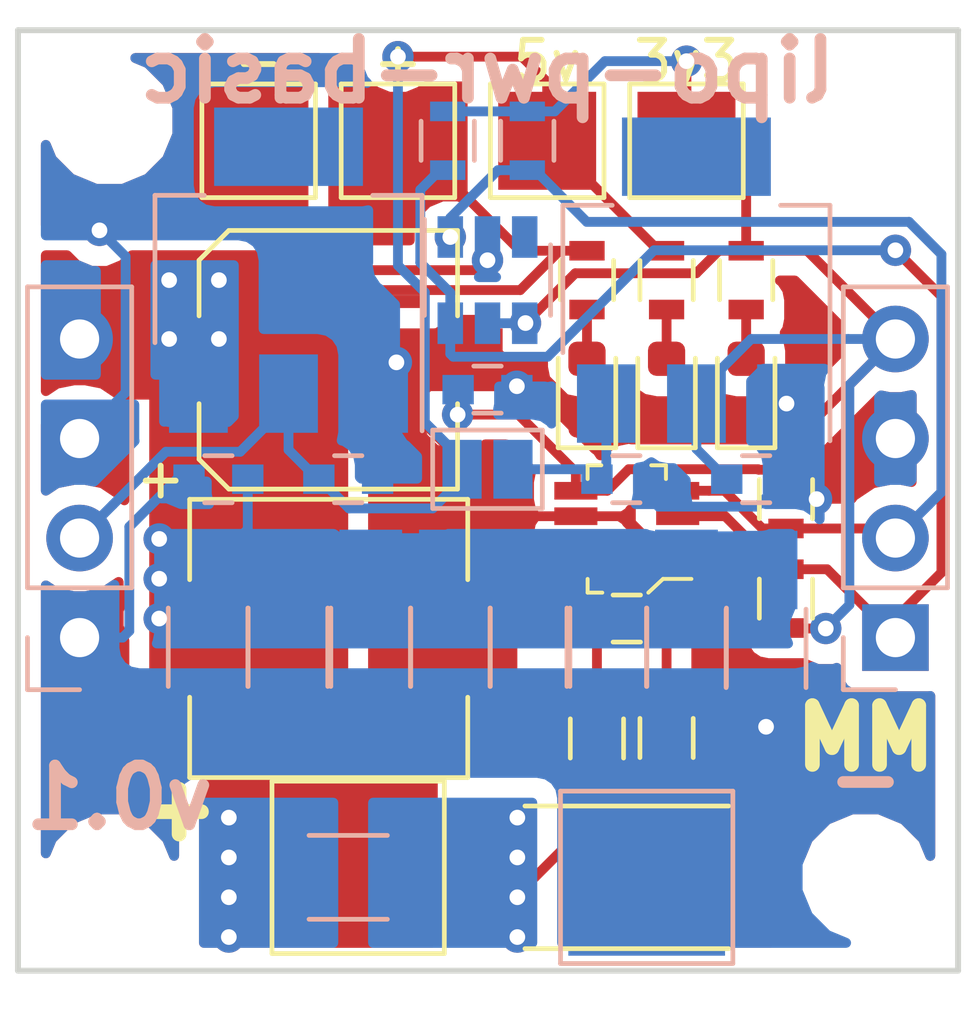
<source format=kicad_pcb>
(kicad_pcb (version 20171130) (host pcbnew "(5.0.2)-1")

  (general
    (thickness 1.6)
    (drawings 13)
    (tracks 224)
    (zones 0)
    (modules 47)
    (nets 18)
  )

  (page A4)
  (layers
    (0 F.Cu signal)
    (31 B.Cu signal)
    (32 B.Adhes user hide)
    (33 F.Adhes user)
    (34 B.Paste user hide)
    (35 F.Paste user hide)
    (36 B.SilkS user)
    (37 F.SilkS user)
    (38 B.Mask user hide)
    (39 F.Mask user hide)
    (40 Dwgs.User user)
    (41 Cmts.User user hide)
    (42 Eco1.User user hide)
    (43 Eco2.User user hide)
    (44 Edge.Cuts user)
    (45 Margin user hide)
    (46 B.CrtYd user)
    (47 F.CrtYd user hide)
    (48 B.Fab user hide)
    (49 F.Fab user hide)
  )

  (setup
    (last_trace_width 0.25)
    (trace_clearance 0.2)
    (zone_clearance 0.508)
    (zone_45_only no)
    (trace_min 0.2)
    (segment_width 0.2)
    (edge_width 0.15)
    (via_size 0.8)
    (via_drill 0.4)
    (via_min_size 0.4)
    (via_min_drill 0.3)
    (uvia_size 0.3)
    (uvia_drill 0.1)
    (uvias_allowed no)
    (uvia_min_size 0.2)
    (uvia_min_drill 0.1)
    (pcb_text_width 0.3)
    (pcb_text_size 1.5 1.5)
    (mod_edge_width 0.15)
    (mod_text_size 1 1)
    (mod_text_width 0.15)
    (pad_size 2.2 2.2)
    (pad_drill 2.2)
    (pad_to_mask_clearance 0.051)
    (solder_mask_min_width 0.25)
    (aux_axis_origin 0 0)
    (visible_elements 7FFFF7FF)
    (pcbplotparams
      (layerselection 0x010fc_ffffffff)
      (usegerberextensions false)
      (usegerberattributes false)
      (usegerberadvancedattributes false)
      (creategerberjobfile false)
      (excludeedgelayer true)
      (linewidth 0.100000)
      (plotframeref false)
      (viasonmask false)
      (mode 1)
      (useauxorigin false)
      (hpglpennumber 1)
      (hpglpenspeed 20)
      (hpglpendiameter 15.000000)
      (psnegative false)
      (psa4output false)
      (plotreference true)
      (plotvalue true)
      (plotinvisibletext false)
      (padsonsilk false)
      (subtractmaskfromsilk false)
      (outputformat 1)
      (mirror false)
      (drillshape 1)
      (scaleselection 1)
      (outputdirectory ""))
  )

  (net 0 "")
  (net 1 "Net-(C1-Pad2)")
  (net 2 "Net-(C1-Pad1)")
  (net 3 +BATT)
  (net 4 GND)
  (net 5 +5V)
  (net 6 "Net-(C10-Pad1)")
  (net 7 +3V3)
  (net 8 "Net-(D1-Pad2)")
  (net 9 "Net-(D2-Pad2)")
  (net 10 "Net-(D3-Pad2)")
  (net 11 /SCL)
  (net 12 /SDA)
  (net 13 "Net-(U3-Pad4)")
  (net 14 "Net-(L1-Pad2)")
  (net 15 "Net-(U4-Pad3)")
  (net 16 "Net-(R0-Pad2)")
  (net 17 "Net-(R0-Pad1)")

  (net_class Default "This is the default net class."
    (clearance 0.2)
    (trace_width 0.25)
    (via_dia 0.8)
    (via_drill 0.4)
    (uvia_dia 0.3)
    (uvia_drill 0.1)
    (add_net +3V3)
    (add_net +5V)
    (add_net +BATT)
    (add_net /SCL)
    (add_net /SDA)
    (add_net GND)
    (add_net "Net-(C1-Pad1)")
    (add_net "Net-(C1-Pad2)")
    (add_net "Net-(C10-Pad1)")
    (add_net "Net-(D1-Pad2)")
    (add_net "Net-(D2-Pad2)")
    (add_net "Net-(D3-Pad2)")
    (add_net "Net-(L1-Pad2)")
    (add_net "Net-(R0-Pad1)")
    (add_net "Net-(R0-Pad2)")
    (add_net "Net-(U3-Pad4)")
    (add_net "Net-(U4-Pad3)")
  )

  (module Capacitors_SMD:C_0603 (layer F.Cu) (tedit 5CC5768D) (tstamp 5CCA8CBB)
    (at 145.542 112.014 180)
    (descr "Capacitor SMD 0603, reflow soldering, AVX (see smccp.pdf)")
    (tags "capacitor 0603")
    (path /5CC48DD0)
    (attr smd)
    (fp_text reference C1 (at 0 -1.5 180) (layer F.SilkS) hide
      (effects (font (size 1 1) (thickness 0.15)))
    )
    (fp_text value C (at 0 1.5 180) (layer F.Fab) hide
      (effects (font (size 1 1) (thickness 0.15)))
    )
    (fp_text user %R (at 0 0 180) (layer F.Fab) hide
      (effects (font (size 0.3 0.3) (thickness 0.075)))
    )
    (fp_line (start -0.8 0.4) (end -0.8 -0.4) (layer F.Fab) (width 0.1))
    (fp_line (start 0.8 0.4) (end -0.8 0.4) (layer F.Fab) (width 0.1))
    (fp_line (start 0.8 -0.4) (end 0.8 0.4) (layer F.Fab) (width 0.1))
    (fp_line (start -0.8 -0.4) (end 0.8 -0.4) (layer F.Fab) (width 0.1))
    (fp_line (start -0.35 -0.6) (end 0.35 -0.6) (layer F.SilkS) (width 0.12))
    (fp_line (start 0.35 0.6) (end -0.35 0.6) (layer F.SilkS) (width 0.12))
    (fp_line (start -1.4 -0.65) (end 1.4 -0.65) (layer F.CrtYd) (width 0.05))
    (fp_line (start -1.4 -0.65) (end -1.4 0.65) (layer F.CrtYd) (width 0.05))
    (fp_line (start 1.4 0.65) (end 1.4 -0.65) (layer F.CrtYd) (width 0.05))
    (fp_line (start 1.4 0.65) (end -1.4 0.65) (layer F.CrtYd) (width 0.05))
    (pad 1 smd rect (at -0.75 0 180) (size 0.8 0.75) (layers F.Cu F.Paste F.Mask)
      (net 2 "Net-(C1-Pad1)"))
    (pad 2 smd rect (at 0.75 0 180) (size 0.8 0.75) (layers F.Cu F.Paste F.Mask)
      (net 1 "Net-(C1-Pad2)"))
    (model Capacitors_SMD.3dshapes/C_0603.wrl
      (at (xyz 0 0 0))
      (scale (xyz 1 1 1))
      (rotate (xyz 0 0 0))
    )
  )

  (module Capacitors_SMD:C_0603 (layer B.Cu) (tedit 5CC5761C) (tstamp 5CCA7D71)
    (at 135.116 108.458 180)
    (descr "Capacitor SMD 0603, reflow soldering, AVX (see smccp.pdf)")
    (tags "capacitor 0603")
    (path /5CC4A660)
    (attr smd)
    (fp_text reference C2 (at 0 1.5 180) (layer B.SilkS) hide
      (effects (font (size 1 1) (thickness 0.15)) (justify mirror))
    )
    (fp_text value C (at 0 -1.5 180) (layer B.Fab)
      (effects (font (size 1 1) (thickness 0.15)) (justify mirror))
    )
    (fp_line (start 1.4 -0.65) (end -1.4 -0.65) (layer B.CrtYd) (width 0.05))
    (fp_line (start 1.4 -0.65) (end 1.4 0.65) (layer B.CrtYd) (width 0.05))
    (fp_line (start -1.4 0.65) (end -1.4 -0.65) (layer B.CrtYd) (width 0.05))
    (fp_line (start -1.4 0.65) (end 1.4 0.65) (layer B.CrtYd) (width 0.05))
    (fp_line (start 0.35 -0.6) (end -0.35 -0.6) (layer B.SilkS) (width 0.12))
    (fp_line (start -0.35 0.6) (end 0.35 0.6) (layer B.SilkS) (width 0.12))
    (fp_line (start -0.8 0.4) (end 0.8 0.4) (layer B.Fab) (width 0.1))
    (fp_line (start 0.8 0.4) (end 0.8 -0.4) (layer B.Fab) (width 0.1))
    (fp_line (start 0.8 -0.4) (end -0.8 -0.4) (layer B.Fab) (width 0.1))
    (fp_line (start -0.8 -0.4) (end -0.8 0.4) (layer B.Fab) (width 0.1))
    (fp_text user %R (at 0 0 180) (layer B.Fab)
      (effects (font (size 0.3 0.3) (thickness 0.075)) (justify mirror))
    )
    (pad 2 smd rect (at 0.75 0 180) (size 0.8 0.75) (layers B.Cu B.Paste B.Mask)
      (net 4 GND))
    (pad 1 smd rect (at -0.75 0 180) (size 0.8 0.75) (layers B.Cu B.Paste B.Mask)
      (net 3 +BATT))
    (model Capacitors_SMD.3dshapes/C_0603.wrl
      (at (xyz 0 0 0))
      (scale (xyz 1 1 1))
      (rotate (xyz 0 0 0))
    )
  )

  (module Capacitors_SMD:C_0603 (layer B.Cu) (tedit 5CC5760B) (tstamp 5CCA7DA1)
    (at 138.43 108.458)
    (descr "Capacitor SMD 0603, reflow soldering, AVX (see smccp.pdf)")
    (tags "capacitor 0603")
    (path /5CC4A6BA)
    (attr smd)
    (fp_text reference C3 (at 0 1.5) (layer B.SilkS) hide
      (effects (font (size 1 1) (thickness 0.15)) (justify mirror))
    )
    (fp_text value C (at 0 -1.5) (layer B.Fab)
      (effects (font (size 1 1) (thickness 0.15)) (justify mirror))
    )
    (fp_text user %R (at 0 0) (layer B.Fab)
      (effects (font (size 0.3 0.3) (thickness 0.075)) (justify mirror))
    )
    (fp_line (start -0.8 -0.4) (end -0.8 0.4) (layer B.Fab) (width 0.1))
    (fp_line (start 0.8 -0.4) (end -0.8 -0.4) (layer B.Fab) (width 0.1))
    (fp_line (start 0.8 0.4) (end 0.8 -0.4) (layer B.Fab) (width 0.1))
    (fp_line (start -0.8 0.4) (end 0.8 0.4) (layer B.Fab) (width 0.1))
    (fp_line (start -0.35 0.6) (end 0.35 0.6) (layer B.SilkS) (width 0.12))
    (fp_line (start 0.35 -0.6) (end -0.35 -0.6) (layer B.SilkS) (width 0.12))
    (fp_line (start -1.4 0.65) (end 1.4 0.65) (layer B.CrtYd) (width 0.05))
    (fp_line (start -1.4 0.65) (end -1.4 -0.65) (layer B.CrtYd) (width 0.05))
    (fp_line (start 1.4 -0.65) (end 1.4 0.65) (layer B.CrtYd) (width 0.05))
    (fp_line (start 1.4 -0.65) (end -1.4 -0.65) (layer B.CrtYd) (width 0.05))
    (pad 1 smd rect (at -0.75 0) (size 0.8 0.75) (layers B.Cu B.Paste B.Mask)
      (net 5 +5V))
    (pad 2 smd rect (at 0.75 0) (size 0.8 0.75) (layers B.Cu B.Paste B.Mask)
      (net 4 GND))
    (model Capacitors_SMD.3dshapes/C_0603.wrl
      (at (xyz 0 0 0))
      (scale (xyz 1 1 1))
      (rotate (xyz 0 0 0))
    )
  )

  (module Capacitors_SMD:C_0603 (layer B.Cu) (tedit 5CC57612) (tstamp 5CC6F736)
    (at 145.53 108.458)
    (descr "Capacitor SMD 0603, reflow soldering, AVX (see smccp.pdf)")
    (tags "capacitor 0603")
    (path /5CC49D10)
    (attr smd)
    (fp_text reference C10 (at 0 1.5) (layer B.SilkS) hide
      (effects (font (size 1 1) (thickness 0.15)) (justify mirror))
    )
    (fp_text value C (at 0 -1.5) (layer B.Fab)
      (effects (font (size 1 1) (thickness 0.15)) (justify mirror))
    )
    (fp_line (start 1.4 -0.65) (end -1.4 -0.65) (layer B.CrtYd) (width 0.05))
    (fp_line (start 1.4 -0.65) (end 1.4 0.65) (layer B.CrtYd) (width 0.05))
    (fp_line (start -1.4 0.65) (end -1.4 -0.65) (layer B.CrtYd) (width 0.05))
    (fp_line (start -1.4 0.65) (end 1.4 0.65) (layer B.CrtYd) (width 0.05))
    (fp_line (start 0.35 -0.6) (end -0.35 -0.6) (layer B.SilkS) (width 0.12))
    (fp_line (start -0.35 0.6) (end 0.35 0.6) (layer B.SilkS) (width 0.12))
    (fp_line (start -0.8 0.4) (end 0.8 0.4) (layer B.Fab) (width 0.1))
    (fp_line (start 0.8 0.4) (end 0.8 -0.4) (layer B.Fab) (width 0.1))
    (fp_line (start 0.8 -0.4) (end -0.8 -0.4) (layer B.Fab) (width 0.1))
    (fp_line (start -0.8 -0.4) (end -0.8 0.4) (layer B.Fab) (width 0.1))
    (fp_text user %R (at 0 0) (layer B.Fab)
      (effects (font (size 0.3 0.3) (thickness 0.075)) (justify mirror))
    )
    (pad 2 smd rect (at 0.75 0) (size 0.8 0.75) (layers B.Cu B.Paste B.Mask)
      (net 4 GND))
    (pad 1 smd rect (at -0.75 0) (size 0.8 0.75) (layers B.Cu B.Paste B.Mask)
      (net 6 "Net-(C10-Pad1)"))
    (model Capacitors_SMD.3dshapes/C_0603.wrl
      (at (xyz 0 0 0))
      (scale (xyz 1 1 1))
      (rotate (xyz 0 0 0))
    )
  )

  (module Capacitors_SMD:C_0603 (layer B.Cu) (tedit 5CC57616) (tstamp 5CC97CE2)
    (at 148.844 108.458)
    (descr "Capacitor SMD 0603, reflow soldering, AVX (see smccp.pdf)")
    (tags "capacitor 0603")
    (path /5CC49DCE)
    (attr smd)
    (fp_text reference C11 (at 0 1.5) (layer B.SilkS) hide
      (effects (font (size 1 1) (thickness 0.15)) (justify mirror))
    )
    (fp_text value C (at 0 -1.5) (layer B.Fab)
      (effects (font (size 1 1) (thickness 0.15)) (justify mirror))
    )
    (fp_text user %R (at 0 0) (layer B.Fab)
      (effects (font (size 0.3 0.3) (thickness 0.075)) (justify mirror))
    )
    (fp_line (start -0.8 -0.4) (end -0.8 0.4) (layer B.Fab) (width 0.1))
    (fp_line (start 0.8 -0.4) (end -0.8 -0.4) (layer B.Fab) (width 0.1))
    (fp_line (start 0.8 0.4) (end 0.8 -0.4) (layer B.Fab) (width 0.1))
    (fp_line (start -0.8 0.4) (end 0.8 0.4) (layer B.Fab) (width 0.1))
    (fp_line (start -0.35 0.6) (end 0.35 0.6) (layer B.SilkS) (width 0.12))
    (fp_line (start 0.35 -0.6) (end -0.35 -0.6) (layer B.SilkS) (width 0.12))
    (fp_line (start -1.4 0.65) (end 1.4 0.65) (layer B.CrtYd) (width 0.05))
    (fp_line (start -1.4 0.65) (end -1.4 -0.65) (layer B.CrtYd) (width 0.05))
    (fp_line (start 1.4 -0.65) (end 1.4 0.65) (layer B.CrtYd) (width 0.05))
    (fp_line (start 1.4 -0.65) (end -1.4 -0.65) (layer B.CrtYd) (width 0.05))
    (pad 1 smd rect (at -0.75 0) (size 0.8 0.75) (layers B.Cu B.Paste B.Mask)
      (net 7 +3V3))
    (pad 2 smd rect (at 0.75 0) (size 0.8 0.75) (layers B.Cu B.Paste B.Mask)
      (net 4 GND))
    (model Capacitors_SMD.3dshapes/C_0603.wrl
      (at (xyz 0 0 0))
      (scale (xyz 1 1 1))
      (rotate (xyz 0 0 0))
    )
  )

  (module Capacitors_SMD:C_0603 (layer B.Cu) (tedit 5CC57619) (tstamp 5CCB81F3)
    (at 141.986 106.172)
    (descr "Capacitor SMD 0603, reflow soldering, AVX (see smccp.pdf)")
    (tags "capacitor 0603")
    (path /5CC5E2FB)
    (attr smd)
    (fp_text reference C12 (at 0 1.5) (layer B.SilkS) hide
      (effects (font (size 1 1) (thickness 0.15)) (justify mirror))
    )
    (fp_text value C (at 0 -1.5) (layer B.Fab)
      (effects (font (size 1 1) (thickness 0.15)) (justify mirror))
    )
    (fp_line (start 1.4 -0.65) (end -1.4 -0.65) (layer B.CrtYd) (width 0.05))
    (fp_line (start 1.4 -0.65) (end 1.4 0.65) (layer B.CrtYd) (width 0.05))
    (fp_line (start -1.4 0.65) (end -1.4 -0.65) (layer B.CrtYd) (width 0.05))
    (fp_line (start -1.4 0.65) (end 1.4 0.65) (layer B.CrtYd) (width 0.05))
    (fp_line (start 0.35 -0.6) (end -0.35 -0.6) (layer B.SilkS) (width 0.12))
    (fp_line (start -0.35 0.6) (end 0.35 0.6) (layer B.SilkS) (width 0.12))
    (fp_line (start -0.8 0.4) (end 0.8 0.4) (layer B.Fab) (width 0.1))
    (fp_line (start 0.8 0.4) (end 0.8 -0.4) (layer B.Fab) (width 0.1))
    (fp_line (start 0.8 -0.4) (end -0.8 -0.4) (layer B.Fab) (width 0.1))
    (fp_line (start -0.8 -0.4) (end -0.8 0.4) (layer B.Fab) (width 0.1))
    (fp_text user %R (at 0 0) (layer B.Fab)
      (effects (font (size 0.3 0.3) (thickness 0.075)) (justify mirror))
    )
    (pad 2 smd rect (at 0.75 0) (size 0.8 0.75) (layers B.Cu B.Paste B.Mask)
      (net 4 GND))
    (pad 1 smd rect (at -0.75 0) (size 0.8 0.75) (layers B.Cu B.Paste B.Mask)
      (net 7 +3V3))
    (model Capacitors_SMD.3dshapes/C_0603.wrl
      (at (xyz 0 0 0))
      (scale (xyz 1 1 1))
      (rotate (xyz 0 0 0))
    )
  )

  (module Capacitors_SMD:CP_Elec_6.3x5.7 (layer F.Cu) (tedit 5CC5767A) (tstamp 5CC6F774)
    (at 137.922 105.41)
    (descr "SMT capacitor, aluminium electrolytic, 6.3x5.7")
    (path /5CC6329F)
    (attr smd)
    (fp_text reference C13 (at 0 4.56) (layer F.SilkS) hide
      (effects (font (size 1 1) (thickness 0.15)))
    )
    (fp_text value CP (at 0 -4.56) (layer F.Fab) hide
      (effects (font (size 1 1) (thickness 0.15)))
    )
    (fp_circle (center 0 0) (end 0.6 3) (layer F.Fab) (width 0.1))
    (fp_text user + (at -1.79 -0.06) (layer F.Fab)
      (effects (font (size 1 1) (thickness 0.15)))
    )
    (fp_text user + (at -4.28 3.01) (layer F.SilkS)
      (effects (font (size 1 1) (thickness 0.15)))
    )
    (fp_text user %R (at 0 4.56) (layer F.Fab) hide
      (effects (font (size 1 1) (thickness 0.15)))
    )
    (fp_line (start 3.15 3.15) (end 3.15 -3.15) (layer F.Fab) (width 0.1))
    (fp_line (start -2.48 3.15) (end 3.15 3.15) (layer F.Fab) (width 0.1))
    (fp_line (start -3.15 2.48) (end -2.48 3.15) (layer F.Fab) (width 0.1))
    (fp_line (start -3.15 -2.48) (end -3.15 2.48) (layer F.Fab) (width 0.1))
    (fp_line (start -2.48 -3.15) (end -3.15 -2.48) (layer F.Fab) (width 0.1))
    (fp_line (start 3.15 -3.15) (end -2.48 -3.15) (layer F.Fab) (width 0.1))
    (fp_line (start 3.3 -3.3) (end 3.3 -1.12) (layer F.SilkS) (width 0.12))
    (fp_line (start 3.3 3.3) (end 3.3 1.12) (layer F.SilkS) (width 0.12))
    (fp_line (start -3.3 2.54) (end -3.3 1.12) (layer F.SilkS) (width 0.12))
    (fp_line (start -3.3 -2.54) (end -3.3 -1.12) (layer F.SilkS) (width 0.12))
    (fp_line (start 3.3 3.3) (end -2.54 3.3) (layer F.SilkS) (width 0.12))
    (fp_line (start -2.54 3.3) (end -3.3 2.54) (layer F.SilkS) (width 0.12))
    (fp_line (start -3.3 -2.54) (end -2.54 -3.3) (layer F.SilkS) (width 0.12))
    (fp_line (start -2.54 -3.3) (end 3.3 -3.3) (layer F.SilkS) (width 0.12))
    (fp_line (start -4.7 -3.4) (end 4.7 -3.4) (layer F.CrtYd) (width 0.05))
    (fp_line (start -4.7 -3.4) (end -4.7 3.4) (layer F.CrtYd) (width 0.05))
    (fp_line (start 4.7 3.4) (end 4.7 -3.4) (layer F.CrtYd) (width 0.05))
    (fp_line (start 4.7 3.4) (end -4.7 3.4) (layer F.CrtYd) (width 0.05))
    (pad 1 smd rect (at -2.7 0 180) (size 3.5 1.6) (layers F.Cu F.Paste F.Mask)
      (net 3 +BATT))
    (pad 2 smd rect (at 2.7 0 180) (size 3.5 1.6) (layers F.Cu F.Paste F.Mask)
      (net 4 GND))
    (model Capacitors_SMD.3dshapes/CP_Elec_6.3x5.7.wrl
      (at (xyz 0 0 0))
      (scale (xyz 1 1 1))
      (rotate (xyz 0 0 180))
    )
  )

  (module LED_SMD:LED_0603_1608Metric (layer F.Cu) (tedit 5CC5766C) (tstamp 5CC9776A)
    (at 144.526 106.172 90)
    (descr "LED SMD 0603 (1608 Metric), square (rectangular) end terminal, IPC_7351 nominal, (Body size source: http://www.tortai-tech.com/upload/download/2011102023233369053.pdf), generated with kicad-footprint-generator")
    (tags diode)
    (path /5CC49372)
    (attr smd)
    (fp_text reference D1 (at 0 -1.43 90) (layer F.SilkS) hide
      (effects (font (size 1 1) (thickness 0.15)))
    )
    (fp_text value LED (at 0 1.43 90) (layer F.Fab) hide
      (effects (font (size 1 1) (thickness 0.15)))
    )
    (fp_text user %R (at 0 0 90) (layer F.Fab) hide
      (effects (font (size 0.4 0.4) (thickness 0.06)))
    )
    (fp_line (start 1.48 0.73) (end -1.48 0.73) (layer F.CrtYd) (width 0.05))
    (fp_line (start 1.48 -0.73) (end 1.48 0.73) (layer F.CrtYd) (width 0.05))
    (fp_line (start -1.48 -0.73) (end 1.48 -0.73) (layer F.CrtYd) (width 0.05))
    (fp_line (start -1.48 0.73) (end -1.48 -0.73) (layer F.CrtYd) (width 0.05))
    (fp_line (start -1.485 0.735) (end 0.8 0.735) (layer F.SilkS) (width 0.12))
    (fp_line (start -1.485 -0.735) (end -1.485 0.735) (layer F.SilkS) (width 0.12))
    (fp_line (start 0.8 -0.735) (end -1.485 -0.735) (layer F.SilkS) (width 0.12))
    (fp_line (start 0.8 0.4) (end 0.8 -0.4) (layer F.Fab) (width 0.1))
    (fp_line (start -0.8 0.4) (end 0.8 0.4) (layer F.Fab) (width 0.1))
    (fp_line (start -0.8 -0.1) (end -0.8 0.4) (layer F.Fab) (width 0.1))
    (fp_line (start -0.5 -0.4) (end -0.8 -0.1) (layer F.Fab) (width 0.1))
    (fp_line (start 0.8 -0.4) (end -0.5 -0.4) (layer F.Fab) (width 0.1))
    (pad 2 smd roundrect (at 0.7875 0 90) (size 0.875 0.95) (layers F.Cu F.Paste F.Mask) (roundrect_rratio 0.25)
      (net 8 "Net-(D1-Pad2)"))
    (pad 1 smd roundrect (at -0.7875 0 90) (size 0.875 0.95) (layers F.Cu F.Paste F.Mask) (roundrect_rratio 0.25)
      (net 4 GND))
    (model ${KISYS3DMOD}/LED_SMD.3dshapes/LED_0603_1608Metric.wrl
      (at (xyz 0 0 0))
      (scale (xyz 1 1 1))
      (rotate (xyz 0 0 0))
    )
  )

  (module LED_SMD:LED_0603_1608Metric (layer F.Cu) (tedit 5CC57670) (tstamp 5CC98E31)
    (at 146.558 106.172 90)
    (descr "LED SMD 0603 (1608 Metric), square (rectangular) end terminal, IPC_7351 nominal, (Body size source: http://www.tortai-tech.com/upload/download/2011102023233369053.pdf), generated with kicad-footprint-generator")
    (tags diode)
    (path /5CC496FC)
    (attr smd)
    (fp_text reference D2 (at 0 -1.43 90) (layer F.SilkS) hide
      (effects (font (size 1 1) (thickness 0.15)))
    )
    (fp_text value LED (at 0 1.43 90) (layer F.Fab) hide
      (effects (font (size 1 1) (thickness 0.15)))
    )
    (fp_line (start 0.8 -0.4) (end -0.5 -0.4) (layer F.Fab) (width 0.1))
    (fp_line (start -0.5 -0.4) (end -0.8 -0.1) (layer F.Fab) (width 0.1))
    (fp_line (start -0.8 -0.1) (end -0.8 0.4) (layer F.Fab) (width 0.1))
    (fp_line (start -0.8 0.4) (end 0.8 0.4) (layer F.Fab) (width 0.1))
    (fp_line (start 0.8 0.4) (end 0.8 -0.4) (layer F.Fab) (width 0.1))
    (fp_line (start 0.8 -0.735) (end -1.485 -0.735) (layer F.SilkS) (width 0.12))
    (fp_line (start -1.485 -0.735) (end -1.485 0.735) (layer F.SilkS) (width 0.12))
    (fp_line (start -1.485 0.735) (end 0.8 0.735) (layer F.SilkS) (width 0.12))
    (fp_line (start -1.48 0.73) (end -1.48 -0.73) (layer F.CrtYd) (width 0.05))
    (fp_line (start -1.48 -0.73) (end 1.48 -0.73) (layer F.CrtYd) (width 0.05))
    (fp_line (start 1.48 -0.73) (end 1.48 0.73) (layer F.CrtYd) (width 0.05))
    (fp_line (start 1.48 0.73) (end -1.48 0.73) (layer F.CrtYd) (width 0.05))
    (fp_text user %R (at 0 0 90) (layer F.Fab) hide
      (effects (font (size 0.4 0.4) (thickness 0.06)))
    )
    (pad 1 smd roundrect (at -0.7875 0 90) (size 0.875 0.95) (layers F.Cu F.Paste F.Mask) (roundrect_rratio 0.25)
      (net 4 GND))
    (pad 2 smd roundrect (at 0.7875 0 90) (size 0.875 0.95) (layers F.Cu F.Paste F.Mask) (roundrect_rratio 0.25)
      (net 9 "Net-(D2-Pad2)"))
    (model ${KISYS3DMOD}/LED_SMD.3dshapes/LED_0603_1608Metric.wrl
      (at (xyz 0 0 0))
      (scale (xyz 1 1 1))
      (rotate (xyz 0 0 0))
    )
  )

  (module LED_SMD:LED_0603_1608Metric (layer F.Cu) (tedit 5CC57674) (tstamp 5CC98453)
    (at 148.59 106.172 90)
    (descr "LED SMD 0603 (1608 Metric), square (rectangular) end terminal, IPC_7351 nominal, (Body size source: http://www.tortai-tech.com/upload/download/2011102023233369053.pdf), generated with kicad-footprint-generator")
    (tags diode)
    (path /5CC4990D)
    (attr smd)
    (fp_text reference D3 (at 0 -1.43 90) (layer F.SilkS) hide
      (effects (font (size 1 1) (thickness 0.15)))
    )
    (fp_text value LED (at 0 1.43 90) (layer F.Fab) hide
      (effects (font (size 1 1) (thickness 0.15)))
    )
    (fp_line (start 0.8 -0.4) (end -0.5 -0.4) (layer F.Fab) (width 0.1))
    (fp_line (start -0.5 -0.4) (end -0.8 -0.1) (layer F.Fab) (width 0.1))
    (fp_line (start -0.8 -0.1) (end -0.8 0.4) (layer F.Fab) (width 0.1))
    (fp_line (start -0.8 0.4) (end 0.8 0.4) (layer F.Fab) (width 0.1))
    (fp_line (start 0.8 0.4) (end 0.8 -0.4) (layer F.Fab) (width 0.1))
    (fp_line (start 0.8 -0.735) (end -1.485 -0.735) (layer F.SilkS) (width 0.12))
    (fp_line (start -1.485 -0.735) (end -1.485 0.735) (layer F.SilkS) (width 0.12))
    (fp_line (start -1.485 0.735) (end 0.8 0.735) (layer F.SilkS) (width 0.12))
    (fp_line (start -1.48 0.73) (end -1.48 -0.73) (layer F.CrtYd) (width 0.05))
    (fp_line (start -1.48 -0.73) (end 1.48 -0.73) (layer F.CrtYd) (width 0.05))
    (fp_line (start 1.48 -0.73) (end 1.48 0.73) (layer F.CrtYd) (width 0.05))
    (fp_line (start 1.48 0.73) (end -1.48 0.73) (layer F.CrtYd) (width 0.05))
    (fp_text user %R (at 0 0 90) (layer F.Fab) hide
      (effects (font (size 0.4 0.4) (thickness 0.06)))
    )
    (pad 1 smd roundrect (at -0.7875 0 90) (size 0.875 0.95) (layers F.Cu F.Paste F.Mask) (roundrect_rratio 0.25)
      (net 4 GND))
    (pad 2 smd roundrect (at 0.7875 0 90) (size 0.875 0.95) (layers F.Cu F.Paste F.Mask) (roundrect_rratio 0.25)
      (net 10 "Net-(D3-Pad2)"))
    (model ${KISYS3DMOD}/LED_SMD.3dshapes/LED_0603_1608Metric.wrl
      (at (xyz 0 0 0))
      (scale (xyz 1 1 1))
      (rotate (xyz 0 0 0))
    )
  )

  (module Pin_Headers:Pin_Header_Straight_1x04_Pitch2.54mm (layer B.Cu) (tedit 5CC575F1) (tstamp 5CC97DB7)
    (at 152.4 112.5)
    (descr "Through hole straight pin header, 1x04, 2.54mm pitch, single row")
    (tags "Through hole pin header THT 1x04 2.54mm single row")
    (path /5CC4D781)
    (fp_text reference J1 (at 0 2.33) (layer B.SilkS) hide
      (effects (font (size 1 1) (thickness 0.15)) (justify mirror))
    )
    (fp_text value Conn_01x04_Male (at 0 -9.95) (layer B.Fab)
      (effects (font (size 1 1) (thickness 0.15)) (justify mirror))
    )
    (fp_line (start -0.635 1.27) (end 1.27 1.27) (layer B.Fab) (width 0.1))
    (fp_line (start 1.27 1.27) (end 1.27 -8.89) (layer B.Fab) (width 0.1))
    (fp_line (start 1.27 -8.89) (end -1.27 -8.89) (layer B.Fab) (width 0.1))
    (fp_line (start -1.27 -8.89) (end -1.27 0.635) (layer B.Fab) (width 0.1))
    (fp_line (start -1.27 0.635) (end -0.635 1.27) (layer B.Fab) (width 0.1))
    (fp_line (start -1.33 -8.95) (end 1.33 -8.95) (layer B.SilkS) (width 0.12))
    (fp_line (start -1.33 -1.27) (end -1.33 -8.95) (layer B.SilkS) (width 0.12))
    (fp_line (start 1.33 -1.27) (end 1.33 -8.95) (layer B.SilkS) (width 0.12))
    (fp_line (start -1.33 -1.27) (end 1.33 -1.27) (layer B.SilkS) (width 0.12))
    (fp_line (start -1.33 0) (end -1.33 1.33) (layer B.SilkS) (width 0.12))
    (fp_line (start -1.33 1.33) (end 0 1.33) (layer B.SilkS) (width 0.12))
    (fp_line (start -1.8 1.8) (end -1.8 -9.4) (layer B.CrtYd) (width 0.05))
    (fp_line (start -1.8 -9.4) (end 1.8 -9.4) (layer B.CrtYd) (width 0.05))
    (fp_line (start 1.8 -9.4) (end 1.8 1.8) (layer B.CrtYd) (width 0.05))
    (fp_line (start 1.8 1.8) (end -1.8 1.8) (layer B.CrtYd) (width 0.05))
    (fp_text user %R (at 0 -3.81 -90) (layer B.Fab)
      (effects (font (size 1 1) (thickness 0.15)) (justify mirror))
    )
    (pad 1 thru_hole rect (at 0 0) (size 1.7 1.7) (drill 1) (layers *.Cu *.Mask)
      (net 12 /SDA))
    (pad 2 thru_hole oval (at 0 -2.54) (size 1.7 1.7) (drill 1) (layers *.Cu *.Mask)
      (net 11 /SCL))
    (pad 3 thru_hole oval (at 0 -5.08) (size 1.7 1.7) (drill 1) (layers *.Cu *.Mask)
      (net 4 GND))
    (pad 4 thru_hole oval (at 0 -7.62) (size 1.7 1.7) (drill 1) (layers *.Cu *.Mask)
      (net 7 +3V3))
    (model ${KISYS3DMOD}/Pin_Headers.3dshapes/Pin_Header_Straight_1x04_Pitch2.54mm.wrl
      (at (xyz 0 0 0))
      (scale (xyz 1 1 1))
      (rotate (xyz 0 0 0))
    )
  )

  (module Pin_Headers:Pin_Header_Straight_1x04_Pitch2.54mm (layer B.Cu) (tedit 5CC575EE) (tstamp 5CC6F7DD)
    (at 131.572 112.5)
    (descr "Through hole straight pin header, 1x04, 2.54mm pitch, single row")
    (tags "Through hole pin header THT 1x04 2.54mm single row")
    (path /5CC4D84A)
    (fp_text reference J2 (at 0 2.33) (layer B.SilkS) hide
      (effects (font (size 1 1) (thickness 0.15)) (justify mirror))
    )
    (fp_text value Conn_01x04_Male (at 0 -9.95) (layer B.Fab)
      (effects (font (size 1 1) (thickness 0.15)) (justify mirror))
    )
    (fp_text user %R (at 0 -3.81 -90) (layer B.Fab)
      (effects (font (size 1 1) (thickness 0.15)) (justify mirror))
    )
    (fp_line (start 1.8 1.8) (end -1.8 1.8) (layer B.CrtYd) (width 0.05))
    (fp_line (start 1.8 -9.4) (end 1.8 1.8) (layer B.CrtYd) (width 0.05))
    (fp_line (start -1.8 -9.4) (end 1.8 -9.4) (layer B.CrtYd) (width 0.05))
    (fp_line (start -1.8 1.8) (end -1.8 -9.4) (layer B.CrtYd) (width 0.05))
    (fp_line (start -1.33 1.33) (end 0 1.33) (layer B.SilkS) (width 0.12))
    (fp_line (start -1.33 0) (end -1.33 1.33) (layer B.SilkS) (width 0.12))
    (fp_line (start -1.33 -1.27) (end 1.33 -1.27) (layer B.SilkS) (width 0.12))
    (fp_line (start 1.33 -1.27) (end 1.33 -8.95) (layer B.SilkS) (width 0.12))
    (fp_line (start -1.33 -1.27) (end -1.33 -8.95) (layer B.SilkS) (width 0.12))
    (fp_line (start -1.33 -8.95) (end 1.33 -8.95) (layer B.SilkS) (width 0.12))
    (fp_line (start -1.27 0.635) (end -0.635 1.27) (layer B.Fab) (width 0.1))
    (fp_line (start -1.27 -8.89) (end -1.27 0.635) (layer B.Fab) (width 0.1))
    (fp_line (start 1.27 -8.89) (end -1.27 -8.89) (layer B.Fab) (width 0.1))
    (fp_line (start 1.27 1.27) (end 1.27 -8.89) (layer B.Fab) (width 0.1))
    (fp_line (start -0.635 1.27) (end 1.27 1.27) (layer B.Fab) (width 0.1))
    (pad 4 thru_hole oval (at 0 -7.62) (size 1.7 1.7) (drill 1) (layers *.Cu *.Mask)
      (net 3 +BATT))
    (pad 3 thru_hole oval (at 0 -5.08) (size 1.7 1.7) (drill 1) (layers *.Cu *.Mask)
      (net 4 GND))
    (pad 2 thru_hole oval (at 0 -2.54) (size 1.7 1.7) (drill 1) (layers *.Cu *.Mask)
      (net 5 +5V))
    (pad 1 thru_hole rect (at 0 0) (size 1.7 1.7) (drill 1) (layers *.Cu *.Mask)
      (net 4 GND))
    (model ${KISYS3DMOD}/Pin_Headers.3dshapes/Pin_Header_Straight_1x04_Pitch2.54mm.wrl
      (at (xyz 0 0 0))
      (scale (xyz 1 1 1))
      (rotate (xyz 0 0 0))
    )
  )

  (module Inductors_SMD:L_Wuerth_HCI-7030 (layer F.Cu) (tedit 5CC5763C) (tstamp 5CC6F816)
    (at 137.932 112.522)
    (descr "Inductor, Wuerth Elektronik, Wuerth_HCI-7030, 6.9mmx6.9mm")
    (tags "inductor Wuerth hci smd")
    (path /5CC63101)
    (attr smd)
    (fp_text reference L1 (at 21.59 -4.958) (layer F.SilkS) hide
      (effects (font (size 1 1) (thickness 0.15)))
    )
    (fp_text value L_Core_Ferrite (at 0 4.95) (layer F.Fab) hide
      (effects (font (size 1 1) (thickness 0.15)))
    )
    (fp_text user %R (at 0 0) (layer F.Fab) hide
      (effects (font (size 1 1) (thickness 0.15)))
    )
    (fp_line (start -3.45 -3.45) (end -3.45 3.45) (layer F.Fab) (width 0.1))
    (fp_line (start -3.45 3.45) (end 3.45 3.45) (layer F.Fab) (width 0.1))
    (fp_line (start 3.45 3.45) (end 3.45 -3.45) (layer F.Fab) (width 0.1))
    (fp_line (start 3.45 -3.45) (end -3.45 -3.45) (layer F.Fab) (width 0.1))
    (fp_line (start -4.2 -3.75) (end -4.2 3.75) (layer F.CrtYd) (width 0.05))
    (fp_line (start -4.2 3.75) (end 4.2 3.75) (layer F.CrtYd) (width 0.05))
    (fp_line (start 4.2 3.75) (end 4.2 -3.75) (layer F.CrtYd) (width 0.05))
    (fp_line (start 4.2 -3.75) (end -4.2 -3.75) (layer F.CrtYd) (width 0.05))
    (fp_line (start -3.55 1.5) (end -3.55 3.55) (layer F.SilkS) (width 0.12))
    (fp_line (start -3.55 3.55) (end 3.55 3.55) (layer F.SilkS) (width 0.12))
    (fp_line (start 3.55 3.55) (end 3.55 1.5) (layer F.SilkS) (width 0.12))
    (fp_line (start -3.55 -1.5) (end -3.55 -3.55) (layer F.SilkS) (width 0.12))
    (fp_line (start -3.55 -3.55) (end 3.55 -3.55) (layer F.SilkS) (width 0.12))
    (fp_line (start 3.55 -3.55) (end 3.55 -1.5) (layer F.SilkS) (width 0.12))
    (pad 1 smd rect (at -2.55 0) (size 2.7 2.2) (layers F.Cu F.Paste F.Mask)
      (net 3 +BATT))
    (pad 2 smd rect (at 2.55 0) (size 2.7 2.2) (layers F.Cu F.Paste F.Mask)
      (net 14 "Net-(L1-Pad2)"))
    (model ${KISYS3DMOD}/Inductors_SMD.3dshapes/L_Wuerth_HCI-7030.wrl
      (at (xyz 0 0 0))
      (scale (xyz 1 1 1))
      (rotate (xyz 0 0 0))
    )
  )

  (module Resistors_SMD:R_0603 (layer F.Cu) (tedit 5CC57683) (tstamp 5CCA8601)
    (at 144.78 115.074 90)
    (descr "Resistor SMD 0603, reflow soldering, Vishay (see dcrcw.pdf)")
    (tags "resistor 0603")
    (path /5CC48C06)
    (attr smd)
    (fp_text reference R2 (at 0 -1.45 90) (layer F.SilkS) hide
      (effects (font (size 1 1) (thickness 0.15)))
    )
    (fp_text value R (at 0 1.5 90) (layer F.Fab) hide
      (effects (font (size 1 1) (thickness 0.15)))
    )
    (fp_line (start 1.25 0.7) (end -1.25 0.7) (layer F.CrtYd) (width 0.05))
    (fp_line (start 1.25 0.7) (end 1.25 -0.7) (layer F.CrtYd) (width 0.05))
    (fp_line (start -1.25 -0.7) (end -1.25 0.7) (layer F.CrtYd) (width 0.05))
    (fp_line (start -1.25 -0.7) (end 1.25 -0.7) (layer F.CrtYd) (width 0.05))
    (fp_line (start -0.5 -0.68) (end 0.5 -0.68) (layer F.SilkS) (width 0.12))
    (fp_line (start 0.5 0.68) (end -0.5 0.68) (layer F.SilkS) (width 0.12))
    (fp_line (start -0.8 -0.4) (end 0.8 -0.4) (layer F.Fab) (width 0.1))
    (fp_line (start 0.8 -0.4) (end 0.8 0.4) (layer F.Fab) (width 0.1))
    (fp_line (start 0.8 0.4) (end -0.8 0.4) (layer F.Fab) (width 0.1))
    (fp_line (start -0.8 0.4) (end -0.8 -0.4) (layer F.Fab) (width 0.1))
    (fp_text user %R (at 0 0 90) (layer F.Fab) hide
      (effects (font (size 0.4 0.4) (thickness 0.075)))
    )
    (pad 2 smd rect (at 0.75 0 90) (size 0.5 0.9) (layers F.Cu F.Paste F.Mask)
      (net 1 "Net-(C1-Pad2)"))
    (pad 1 smd rect (at -0.75 0 90) (size 0.5 0.9) (layers F.Cu F.Paste F.Mask)
      (net 17 "Net-(R0-Pad1)"))
    (model ${KISYS3DMOD}/Resistors_SMD.3dshapes/R_0603.wrl
      (at (xyz 0 0 0))
      (scale (xyz 1 1 1))
      (rotate (xyz 0 0 0))
    )
  )

  (module Resistors_SMD:R_0603 (layer F.Cu) (tedit 5CC57681) (tstamp 5CCA8631)
    (at 146.558 115.062 90)
    (descr "Resistor SMD 0603, reflow soldering, Vishay (see dcrcw.pdf)")
    (tags "resistor 0603")
    (path /5CC48CE8)
    (attr smd)
    (fp_text reference R3 (at 0 -1.45 90) (layer F.SilkS) hide
      (effects (font (size 1 1) (thickness 0.15)))
    )
    (fp_text value R (at 0 1.5 90) (layer F.Fab) hide
      (effects (font (size 1 1) (thickness 0.15)))
    )
    (fp_line (start 1.25 0.7) (end -1.25 0.7) (layer F.CrtYd) (width 0.05))
    (fp_line (start 1.25 0.7) (end 1.25 -0.7) (layer F.CrtYd) (width 0.05))
    (fp_line (start -1.25 -0.7) (end -1.25 0.7) (layer F.CrtYd) (width 0.05))
    (fp_line (start -1.25 -0.7) (end 1.25 -0.7) (layer F.CrtYd) (width 0.05))
    (fp_line (start -0.5 -0.68) (end 0.5 -0.68) (layer F.SilkS) (width 0.12))
    (fp_line (start 0.5 0.68) (end -0.5 0.68) (layer F.SilkS) (width 0.12))
    (fp_line (start -0.8 -0.4) (end 0.8 -0.4) (layer F.Fab) (width 0.1))
    (fp_line (start 0.8 -0.4) (end 0.8 0.4) (layer F.Fab) (width 0.1))
    (fp_line (start 0.8 0.4) (end -0.8 0.4) (layer F.Fab) (width 0.1))
    (fp_line (start -0.8 0.4) (end -0.8 -0.4) (layer F.Fab) (width 0.1))
    (fp_text user %R (at 0 0 90) (layer F.Fab) hide
      (effects (font (size 0.4 0.4) (thickness 0.075)))
    )
    (pad 2 smd rect (at 0.75 0 90) (size 0.5 0.9) (layers F.Cu F.Paste F.Mask)
      (net 2 "Net-(C1-Pad1)"))
    (pad 1 smd rect (at -0.75 0 90) (size 0.5 0.9) (layers F.Cu F.Paste F.Mask)
      (net 14 "Net-(L1-Pad2)"))
    (model ${KISYS3DMOD}/Resistors_SMD.3dshapes/R_0603.wrl
      (at (xyz 0 0 0))
      (scale (xyz 1 1 1))
      (rotate (xyz 0 0 0))
    )
  )

  (module Resistors_SMD:R_0603 (layer F.Cu) (tedit 5CC57691) (tstamp 5CCA86B8)
    (at 149.606 111.506 90)
    (descr "Resistor SMD 0603, reflow soldering, Vishay (see dcrcw.pdf)")
    (tags "resistor 0603")
    (path /5CC59B65)
    (attr smd)
    (fp_text reference R4 (at 0 -1.45 90) (layer F.SilkS) hide
      (effects (font (size 1 1) (thickness 0.15)))
    )
    (fp_text value R (at 0 1.5 90) (layer F.Fab) hide
      (effects (font (size 1 1) (thickness 0.15)))
    )
    (fp_line (start 1.25 0.7) (end -1.25 0.7) (layer F.CrtYd) (width 0.05))
    (fp_line (start 1.25 0.7) (end 1.25 -0.7) (layer F.CrtYd) (width 0.05))
    (fp_line (start -1.25 -0.7) (end -1.25 0.7) (layer F.CrtYd) (width 0.05))
    (fp_line (start -1.25 -0.7) (end 1.25 -0.7) (layer F.CrtYd) (width 0.05))
    (fp_line (start -0.5 -0.68) (end 0.5 -0.68) (layer F.SilkS) (width 0.12))
    (fp_line (start 0.5 0.68) (end -0.5 0.68) (layer F.SilkS) (width 0.12))
    (fp_line (start -0.8 -0.4) (end 0.8 -0.4) (layer F.Fab) (width 0.1))
    (fp_line (start 0.8 -0.4) (end 0.8 0.4) (layer F.Fab) (width 0.1))
    (fp_line (start 0.8 0.4) (end -0.8 0.4) (layer F.Fab) (width 0.1))
    (fp_line (start -0.8 0.4) (end -0.8 -0.4) (layer F.Fab) (width 0.1))
    (fp_text user %R (at 0 0 90) (layer F.Fab) hide
      (effects (font (size 0.4 0.4) (thickness 0.075)))
    )
    (pad 2 smd rect (at 0.75 0 90) (size 0.5 0.9) (layers F.Cu F.Paste F.Mask)
      (net 12 /SDA))
    (pad 1 smd rect (at -0.75 0 90) (size 0.5 0.9) (layers F.Cu F.Paste F.Mask)
      (net 7 +3V3))
    (model ${KISYS3DMOD}/Resistors_SMD.3dshapes/R_0603.wrl
      (at (xyz 0 0 0))
      (scale (xyz 1 1 1))
      (rotate (xyz 0 0 0))
    )
  )

  (module Resistors_SMD:R_0603 (layer F.Cu) (tedit 5CC57664) (tstamp 5CCA85D1)
    (at 149.606 108.966 270)
    (descr "Resistor SMD 0603, reflow soldering, Vishay (see dcrcw.pdf)")
    (tags "resistor 0603")
    (path /5CC59B5E)
    (attr smd)
    (fp_text reference R5 (at 0 -1.45 270) (layer F.SilkS) hide
      (effects (font (size 1 1) (thickness 0.15)))
    )
    (fp_text value R (at 0 1.5 270) (layer F.Fab) hide
      (effects (font (size 1 1) (thickness 0.15)))
    )
    (fp_text user %R (at 0 0 270) (layer F.Fab) hide
      (effects (font (size 0.4 0.4) (thickness 0.075)))
    )
    (fp_line (start -0.8 0.4) (end -0.8 -0.4) (layer F.Fab) (width 0.1))
    (fp_line (start 0.8 0.4) (end -0.8 0.4) (layer F.Fab) (width 0.1))
    (fp_line (start 0.8 -0.4) (end 0.8 0.4) (layer F.Fab) (width 0.1))
    (fp_line (start -0.8 -0.4) (end 0.8 -0.4) (layer F.Fab) (width 0.1))
    (fp_line (start 0.5 0.68) (end -0.5 0.68) (layer F.SilkS) (width 0.12))
    (fp_line (start -0.5 -0.68) (end 0.5 -0.68) (layer F.SilkS) (width 0.12))
    (fp_line (start -1.25 -0.7) (end 1.25 -0.7) (layer F.CrtYd) (width 0.05))
    (fp_line (start -1.25 -0.7) (end -1.25 0.7) (layer F.CrtYd) (width 0.05))
    (fp_line (start 1.25 0.7) (end 1.25 -0.7) (layer F.CrtYd) (width 0.05))
    (fp_line (start 1.25 0.7) (end -1.25 0.7) (layer F.CrtYd) (width 0.05))
    (pad 1 smd rect (at -0.75 0 270) (size 0.5 0.9) (layers F.Cu F.Paste F.Mask)
      (net 7 +3V3))
    (pad 2 smd rect (at 0.75 0 270) (size 0.5 0.9) (layers F.Cu F.Paste F.Mask)
      (net 11 /SCL))
    (model ${KISYS3DMOD}/Resistors_SMD.3dshapes/R_0603.wrl
      (at (xyz 0 0 0))
      (scale (xyz 1 1 1))
      (rotate (xyz 0 0 0))
    )
  )

  (module Resistors_SMD:R_0603 (layer F.Cu) (tedit 5CC57659) (tstamp 5CC979E0)
    (at 144.526 103.378 270)
    (descr "Resistor SMD 0603, reflow soldering, Vishay (see dcrcw.pdf)")
    (tags "resistor 0603")
    (path /5CC49267)
    (attr smd)
    (fp_text reference R6 (at 0 -1.45 270) (layer F.SilkS) hide
      (effects (font (size 1 1) (thickness 0.15)))
    )
    (fp_text value R (at 0 1.5 270) (layer F.Fab) hide
      (effects (font (size 1 1) (thickness 0.15)))
    )
    (fp_line (start 1.25 0.7) (end -1.25 0.7) (layer F.CrtYd) (width 0.05))
    (fp_line (start 1.25 0.7) (end 1.25 -0.7) (layer F.CrtYd) (width 0.05))
    (fp_line (start -1.25 -0.7) (end -1.25 0.7) (layer F.CrtYd) (width 0.05))
    (fp_line (start -1.25 -0.7) (end 1.25 -0.7) (layer F.CrtYd) (width 0.05))
    (fp_line (start -0.5 -0.68) (end 0.5 -0.68) (layer F.SilkS) (width 0.12))
    (fp_line (start 0.5 0.68) (end -0.5 0.68) (layer F.SilkS) (width 0.12))
    (fp_line (start -0.8 -0.4) (end 0.8 -0.4) (layer F.Fab) (width 0.1))
    (fp_line (start 0.8 -0.4) (end 0.8 0.4) (layer F.Fab) (width 0.1))
    (fp_line (start 0.8 0.4) (end -0.8 0.4) (layer F.Fab) (width 0.1))
    (fp_line (start -0.8 0.4) (end -0.8 -0.4) (layer F.Fab) (width 0.1))
    (fp_text user %R (at 0 0 270) (layer F.Fab) hide
      (effects (font (size 0.4 0.4) (thickness 0.075)))
    )
    (pad 2 smd rect (at 0.75 0 270) (size 0.5 0.9) (layers F.Cu F.Paste F.Mask)
      (net 8 "Net-(D1-Pad2)"))
    (pad 1 smd rect (at -0.75 0 270) (size 0.5 0.9) (layers F.Cu F.Paste F.Mask)
      (net 3 +BATT))
    (model ${KISYS3DMOD}/Resistors_SMD.3dshapes/R_0603.wrl
      (at (xyz 0 0 0))
      (scale (xyz 1 1 1))
      (rotate (xyz 0 0 0))
    )
  )

  (module Resistors_SMD:R_0603 (layer F.Cu) (tedit 5CC5765C) (tstamp 5CC9E1CD)
    (at 146.558 103.378 270)
    (descr "Resistor SMD 0603, reflow soldering, Vishay (see dcrcw.pdf)")
    (tags "resistor 0603")
    (path /5CC496EF)
    (attr smd)
    (fp_text reference R7 (at 0 -1.45 270) (layer F.SilkS) hide
      (effects (font (size 1 1) (thickness 0.15)))
    )
    (fp_text value R (at 0 1.5 270) (layer F.Fab) hide
      (effects (font (size 1 1) (thickness 0.15)))
    )
    (fp_text user %R (at 0 0 270) (layer F.Fab) hide
      (effects (font (size 0.4 0.4) (thickness 0.075)))
    )
    (fp_line (start -0.8 0.4) (end -0.8 -0.4) (layer F.Fab) (width 0.1))
    (fp_line (start 0.8 0.4) (end -0.8 0.4) (layer F.Fab) (width 0.1))
    (fp_line (start 0.8 -0.4) (end 0.8 0.4) (layer F.Fab) (width 0.1))
    (fp_line (start -0.8 -0.4) (end 0.8 -0.4) (layer F.Fab) (width 0.1))
    (fp_line (start 0.5 0.68) (end -0.5 0.68) (layer F.SilkS) (width 0.12))
    (fp_line (start -0.5 -0.68) (end 0.5 -0.68) (layer F.SilkS) (width 0.12))
    (fp_line (start -1.25 -0.7) (end 1.25 -0.7) (layer F.CrtYd) (width 0.05))
    (fp_line (start -1.25 -0.7) (end -1.25 0.7) (layer F.CrtYd) (width 0.05))
    (fp_line (start 1.25 0.7) (end 1.25 -0.7) (layer F.CrtYd) (width 0.05))
    (fp_line (start 1.25 0.7) (end -1.25 0.7) (layer F.CrtYd) (width 0.05))
    (pad 1 smd rect (at -0.75 0 270) (size 0.5 0.9) (layers F.Cu F.Paste F.Mask)
      (net 5 +5V))
    (pad 2 smd rect (at 0.75 0 270) (size 0.5 0.9) (layers F.Cu F.Paste F.Mask)
      (net 9 "Net-(D2-Pad2)"))
    (model ${KISYS3DMOD}/Resistors_SMD.3dshapes/R_0603.wrl
      (at (xyz 0 0 0))
      (scale (xyz 1 1 1))
      (rotate (xyz 0 0 0))
    )
  )

  (module Resistors_SMD:R_0603 (layer F.Cu) (tedit 5CC57660) (tstamp 5CC6F8A8)
    (at 148.59 103.378 270)
    (descr "Resistor SMD 0603, reflow soldering, Vishay (see dcrcw.pdf)")
    (tags "resistor 0603")
    (path /5CC49900)
    (attr smd)
    (fp_text reference R8 (at 0 -1.45 270) (layer F.SilkS) hide
      (effects (font (size 1 1) (thickness 0.15)))
    )
    (fp_text value R (at 0 1.5 270) (layer F.Fab) hide
      (effects (font (size 1 1) (thickness 0.15)))
    )
    (fp_text user %R (at 0 0 270) (layer F.Fab) hide
      (effects (font (size 0.4 0.4) (thickness 0.075)))
    )
    (fp_line (start -0.8 0.4) (end -0.8 -0.4) (layer F.Fab) (width 0.1))
    (fp_line (start 0.8 0.4) (end -0.8 0.4) (layer F.Fab) (width 0.1))
    (fp_line (start 0.8 -0.4) (end 0.8 0.4) (layer F.Fab) (width 0.1))
    (fp_line (start -0.8 -0.4) (end 0.8 -0.4) (layer F.Fab) (width 0.1))
    (fp_line (start 0.5 0.68) (end -0.5 0.68) (layer F.SilkS) (width 0.12))
    (fp_line (start -0.5 -0.68) (end 0.5 -0.68) (layer F.SilkS) (width 0.12))
    (fp_line (start -1.25 -0.7) (end 1.25 -0.7) (layer F.CrtYd) (width 0.05))
    (fp_line (start -1.25 -0.7) (end -1.25 0.7) (layer F.CrtYd) (width 0.05))
    (fp_line (start 1.25 0.7) (end 1.25 -0.7) (layer F.CrtYd) (width 0.05))
    (fp_line (start 1.25 0.7) (end -1.25 0.7) (layer F.CrtYd) (width 0.05))
    (pad 1 smd rect (at -0.75 0 270) (size 0.5 0.9) (layers F.Cu F.Paste F.Mask)
      (net 7 +3V3))
    (pad 2 smd rect (at 0.75 0 270) (size 0.5 0.9) (layers F.Cu F.Paste F.Mask)
      (net 10 "Net-(D3-Pad2)"))
    (model ${KISYS3DMOD}/Resistors_SMD.3dshapes/R_0603.wrl
      (at (xyz 0 0 0))
      (scale (xyz 1 1 1))
      (rotate (xyz 0 0 0))
    )
  )

  (module Resistors_SMD:R_0603 (layer B.Cu) (tedit 5CC57624) (tstamp 5CCB8193)
    (at 140.97 99.822 270)
    (descr "Resistor SMD 0603, reflow soldering, Vishay (see dcrcw.pdf)")
    (tags "resistor 0603")
    (path /5CC4BD03)
    (attr smd)
    (fp_text reference R9 (at 0 1.45 270) (layer B.SilkS) hide
      (effects (font (size 1 1) (thickness 0.15)) (justify mirror))
    )
    (fp_text value 5k (at 0 -1.5 270) (layer B.Fab)
      (effects (font (size 1 1) (thickness 0.15)) (justify mirror))
    )
    (fp_line (start 1.25 -0.7) (end -1.25 -0.7) (layer B.CrtYd) (width 0.05))
    (fp_line (start 1.25 -0.7) (end 1.25 0.7) (layer B.CrtYd) (width 0.05))
    (fp_line (start -1.25 0.7) (end -1.25 -0.7) (layer B.CrtYd) (width 0.05))
    (fp_line (start -1.25 0.7) (end 1.25 0.7) (layer B.CrtYd) (width 0.05))
    (fp_line (start -0.5 0.68) (end 0.5 0.68) (layer B.SilkS) (width 0.12))
    (fp_line (start 0.5 -0.68) (end -0.5 -0.68) (layer B.SilkS) (width 0.12))
    (fp_line (start -0.8 0.4) (end 0.8 0.4) (layer B.Fab) (width 0.1))
    (fp_line (start 0.8 0.4) (end 0.8 -0.4) (layer B.Fab) (width 0.1))
    (fp_line (start 0.8 -0.4) (end -0.8 -0.4) (layer B.Fab) (width 0.1))
    (fp_line (start -0.8 -0.4) (end -0.8 0.4) (layer B.Fab) (width 0.1))
    (fp_text user %R (at 0 0 270) (layer B.Fab)
      (effects (font (size 0.4 0.4) (thickness 0.075)) (justify mirror))
    )
    (pad 2 smd rect (at 0.75 0 270) (size 0.5 0.9) (layers B.Cu B.Paste B.Mask)
      (net 12 /SDA))
    (pad 1 smd rect (at -0.75 0 270) (size 0.5 0.9) (layers B.Cu B.Paste B.Mask)
      (net 7 +3V3))
    (model ${KISYS3DMOD}/Resistors_SMD.3dshapes/R_0603.wrl
      (at (xyz 0 0 0))
      (scale (xyz 1 1 1))
      (rotate (xyz 0 0 0))
    )
  )

  (module Resistors_SMD:R_0603 (layer B.Cu) (tedit 5CC57632) (tstamp 5CCB81C3)
    (at 143.002 99.822 270)
    (descr "Resistor SMD 0603, reflow soldering, Vishay (see dcrcw.pdf)")
    (tags "resistor 0603")
    (path /5CC4BC89)
    (attr smd)
    (fp_text reference R10 (at 0 1.45 270) (layer B.SilkS) hide
      (effects (font (size 1 1) (thickness 0.15)) (justify mirror))
    )
    (fp_text value 5k (at 0 -1.5 270) (layer B.Fab)
      (effects (font (size 1 1) (thickness 0.15)) (justify mirror))
    )
    (fp_text user %R (at 0 0 270) (layer B.Fab)
      (effects (font (size 0.4 0.4) (thickness 0.075)) (justify mirror))
    )
    (fp_line (start -0.8 -0.4) (end -0.8 0.4) (layer B.Fab) (width 0.1))
    (fp_line (start 0.8 -0.4) (end -0.8 -0.4) (layer B.Fab) (width 0.1))
    (fp_line (start 0.8 0.4) (end 0.8 -0.4) (layer B.Fab) (width 0.1))
    (fp_line (start -0.8 0.4) (end 0.8 0.4) (layer B.Fab) (width 0.1))
    (fp_line (start 0.5 -0.68) (end -0.5 -0.68) (layer B.SilkS) (width 0.12))
    (fp_line (start -0.5 0.68) (end 0.5 0.68) (layer B.SilkS) (width 0.12))
    (fp_line (start -1.25 0.7) (end 1.25 0.7) (layer B.CrtYd) (width 0.05))
    (fp_line (start -1.25 0.7) (end -1.25 -0.7) (layer B.CrtYd) (width 0.05))
    (fp_line (start 1.25 -0.7) (end 1.25 0.7) (layer B.CrtYd) (width 0.05))
    (fp_line (start 1.25 -0.7) (end -1.25 -0.7) (layer B.CrtYd) (width 0.05))
    (pad 1 smd rect (at -0.75 0 270) (size 0.5 0.9) (layers B.Cu B.Paste B.Mask)
      (net 7 +3V3))
    (pad 2 smd rect (at 0.75 0 270) (size 0.5 0.9) (layers B.Cu B.Paste B.Mask)
      (net 11 /SCL))
    (model ${KISYS3DMOD}/Resistors_SMD.3dshapes/R_0603.wrl
      (at (xyz 0 0 0))
      (scale (xyz 1 1 1))
      (rotate (xyz 0 0 0))
    )
  )

  (module digikey-footprints:SOT-23-8 (layer F.Cu) (tedit 5CC5767E) (tstamp 5CCA866E)
    (at 145.542 109.728 90)
    (descr http://www.ti.com/lit/ds/symlink/ina219.pdf)
    (path /5CC489F4)
    (fp_text reference U1 (at 0.025 -3.725 90) (layer F.SilkS) hide
      (effects (font (size 1 1) (thickness 0.15)))
    )
    (fp_text value INA219AIDCNR (at -0.025 3.875 90) (layer F.Fab) hide
      (effects (font (size 1 1) (thickness 0.15)))
    )
    (fp_line (start 1.5 -0.875) (end 1.5 0.875) (layer F.Fab) (width 0.1))
    (fp_line (start 1.5 -0.875) (end -1.5 -0.875) (layer F.Fab) (width 0.1))
    (fp_line (start -1.5 0.525) (end -1.175 0.875) (layer F.Fab) (width 0.1))
    (fp_line (start -1.175 0.875) (end 1.5 0.875) (layer F.Fab) (width 0.1))
    (fp_line (start -1.5 -0.875) (end -1.5 0.525) (layer F.Fab) (width 0.1))
    (fp_text user %R (at 0.05 -0.1 90) (layer F.Fab) hide
      (effects (font (size 0.5 0.5) (thickness 0.075)))
    )
    (fp_line (start 1.625 -1) (end 1.625 -0.65) (layer F.SilkS) (width 0.1))
    (fp_line (start 1.275 -1) (end 1.625 -1) (layer F.SilkS) (width 0.1))
    (fp_line (start 1.625 1) (end 1.275 1) (layer F.SilkS) (width 0.1))
    (fp_line (start 1.625 0.625) (end 1.625 1) (layer F.SilkS) (width 0.1))
    (fp_line (start -1.625 -1) (end -1.625 -0.625) (layer F.SilkS) (width 0.1))
    (fp_line (start -1.275 -1) (end -1.625 -1) (layer F.SilkS) (width 0.1))
    (fp_line (start -1.275 0.925) (end -1.275 1.65) (layer F.SilkS) (width 0.1))
    (fp_line (start -1.625 0.55) (end -1.275 0.925) (layer F.SilkS) (width 0.1))
    (fp_line (start -1.8 -2.1) (end 1.8 -2.1) (layer F.CrtYd) (width 0.05))
    (fp_line (start 1.8 -2.1) (end 1.8 2.1) (layer F.CrtYd) (width 0.05))
    (fp_line (start 1.8 2.1) (end -1.8 2.1) (layer F.CrtYd) (width 0.05))
    (fp_line (start -1.8 -2.1) (end -1.8 2.1) (layer F.CrtYd) (width 0.05))
    (pad 8 smd rect (at -0.975 1.3 90) (size 0.45 1.1) (layers F.Cu F.Paste F.Mask)
      (net 4 GND) (solder_mask_margin 0.05))
    (pad 7 smd rect (at -0.325 1.3 90) (size 0.45 1.1) (layers F.Cu F.Paste F.Mask)
      (net 4 GND) (solder_mask_margin 0.05))
    (pad 6 smd rect (at 0.325 1.3 90) (size 0.45 1.1) (layers F.Cu F.Paste F.Mask)
      (net 12 /SDA) (solder_mask_margin 0.05))
    (pad 5 smd rect (at 0.975 1.3 90) (size 0.45 1.1) (layers F.Cu F.Paste F.Mask)
      (net 11 /SCL) (solder_mask_margin 0.05))
    (pad 4 smd rect (at 0.975 -1.3 90) (size 0.45 1.1) (layers F.Cu F.Paste F.Mask)
      (net 7 +3V3) (solder_mask_margin 0.05))
    (pad 3 smd rect (at 0.325 -1.3 90) (size 0.45 1.1) (layers F.Cu F.Paste F.Mask)
      (net 4 GND) (solder_mask_margin 0.05))
    (pad 2 smd rect (at -0.325 -1.3 90) (size 0.45 1.1) (layers F.Cu F.Paste F.Mask)
      (net 2 "Net-(C1-Pad1)") (solder_mask_margin 0.05))
    (pad 1 smd rect (at -0.975 -1.3 90) (size 0.45 1.1) (layers F.Cu F.Paste F.Mask)
      (net 1 "Net-(C1-Pad2)") (solder_mask_margin 0.05))
  )

  (module TO_SOT_Packages_SMD:SOT-223 (layer B.Cu) (tedit 5CC57620) (tstamp 5CCB8267)
    (at 136.906 103.124 90)
    (descr "module CMS SOT223 4 pins")
    (tags "CMS SOT")
    (path /5CC4A5A8)
    (attr smd)
    (fp_text reference U2 (at 0 4.5 90) (layer B.SilkS) hide
      (effects (font (size 1 1) (thickness 0.15)) (justify mirror))
    )
    (fp_text value LM1117-5.0 (at 0 -4.5 90) (layer B.Fab)
      (effects (font (size 1 1) (thickness 0.15)) (justify mirror))
    )
    (fp_line (start 1.85 3.35) (end 1.85 -3.35) (layer B.Fab) (width 0.1))
    (fp_line (start -1.85 -3.35) (end 1.85 -3.35) (layer B.Fab) (width 0.1))
    (fp_line (start -4.1 3.41) (end 1.91 3.41) (layer B.SilkS) (width 0.12))
    (fp_line (start -0.8 3.35) (end 1.85 3.35) (layer B.Fab) (width 0.1))
    (fp_line (start -1.85 -3.41) (end 1.91 -3.41) (layer B.SilkS) (width 0.12))
    (fp_line (start -1.85 2.3) (end -1.85 -3.35) (layer B.Fab) (width 0.1))
    (fp_line (start -4.4 3.6) (end -4.4 -3.6) (layer B.CrtYd) (width 0.05))
    (fp_line (start -4.4 -3.6) (end 4.4 -3.6) (layer B.CrtYd) (width 0.05))
    (fp_line (start 4.4 -3.6) (end 4.4 3.6) (layer B.CrtYd) (width 0.05))
    (fp_line (start 4.4 3.6) (end -4.4 3.6) (layer B.CrtYd) (width 0.05))
    (fp_line (start 1.91 3.41) (end 1.91 2.15) (layer B.SilkS) (width 0.12))
    (fp_line (start 1.91 -3.41) (end 1.91 -2.15) (layer B.SilkS) (width 0.12))
    (fp_line (start -1.85 2.3) (end -0.8 3.35) (layer B.Fab) (width 0.1))
    (fp_text user %R (at 0 0) (layer B.Fab)
      (effects (font (size 0.8 0.8) (thickness 0.12)) (justify mirror))
    )
    (pad 1 smd rect (at -3.15 2.3 90) (size 2 1.5) (layers B.Cu B.Paste B.Mask)
      (net 4 GND))
    (pad 3 smd rect (at -3.15 -2.3 90) (size 2 1.5) (layers B.Cu B.Paste B.Mask)
      (net 3 +BATT))
    (pad 2 smd rect (at -3.15 0 90) (size 2 1.5) (layers B.Cu B.Paste B.Mask)
      (net 5 +5V))
    (pad 4 smd rect (at 3.15 0 90) (size 2 3.8) (layers B.Cu B.Paste B.Mask))
    (model ${KISYS3DMOD}/TO_SOT_Packages_SMD.3dshapes/SOT-223.wrl
      (at (xyz 0 0 0))
      (scale (xyz 1 1 1))
      (rotate (xyz 0 0 0))
    )
  )

  (module TO_SOT_Packages_SMD:SOT-223 (layer B.Cu) (tedit 5CC5762A) (tstamp 5CC6F94C)
    (at 147.32 103.378 90)
    (descr "module CMS SOT223 4 pins")
    (tags "CMS SOT")
    (path /5CC49C39)
    (attr smd)
    (fp_text reference U3 (at 0 4.5 90) (layer B.SilkS) hide
      (effects (font (size 1 1) (thickness 0.15)) (justify mirror))
    )
    (fp_text value TLV1117_33_SOT223 (at 0 -4.5 90) (layer B.Fab)
      (effects (font (size 1 1) (thickness 0.15)) (justify mirror))
    )
    (fp_text user %R (at 0 0) (layer B.Fab)
      (effects (font (size 0.8 0.8) (thickness 0.12)) (justify mirror))
    )
    (fp_line (start -1.85 2.3) (end -0.8 3.35) (layer B.Fab) (width 0.1))
    (fp_line (start 1.91 -3.41) (end 1.91 -2.15) (layer B.SilkS) (width 0.12))
    (fp_line (start 1.91 3.41) (end 1.91 2.15) (layer B.SilkS) (width 0.12))
    (fp_line (start 4.4 3.6) (end -4.4 3.6) (layer B.CrtYd) (width 0.05))
    (fp_line (start 4.4 -3.6) (end 4.4 3.6) (layer B.CrtYd) (width 0.05))
    (fp_line (start -4.4 -3.6) (end 4.4 -3.6) (layer B.CrtYd) (width 0.05))
    (fp_line (start -4.4 3.6) (end -4.4 -3.6) (layer B.CrtYd) (width 0.05))
    (fp_line (start -1.85 2.3) (end -1.85 -3.35) (layer B.Fab) (width 0.1))
    (fp_line (start -1.85 -3.41) (end 1.91 -3.41) (layer B.SilkS) (width 0.12))
    (fp_line (start -0.8 3.35) (end 1.85 3.35) (layer B.Fab) (width 0.1))
    (fp_line (start -4.1 3.41) (end 1.91 3.41) (layer B.SilkS) (width 0.12))
    (fp_line (start -1.85 -3.35) (end 1.85 -3.35) (layer B.Fab) (width 0.1))
    (fp_line (start 1.85 3.35) (end 1.85 -3.35) (layer B.Fab) (width 0.1))
    (pad 4 smd rect (at 3.15 0 90) (size 2 3.8) (layers B.Cu B.Paste B.Mask)
      (net 13 "Net-(U3-Pad4)"))
    (pad 2 smd rect (at -3.15 0 90) (size 2 1.5) (layers B.Cu B.Paste B.Mask)
      (net 7 +3V3))
    (pad 3 smd rect (at -3.15 -2.3 90) (size 2 1.5) (layers B.Cu B.Paste B.Mask)
      (net 6 "Net-(C10-Pad1)"))
    (pad 1 smd rect (at -3.15 2.3 90) (size 2 1.5) (layers B.Cu B.Paste B.Mask)
      (net 4 GND))
    (model ${KISYS3DMOD}/TO_SOT_Packages_SMD.3dshapes/SOT-223.wrl
      (at (xyz 0 0 0))
      (scale (xyz 1 1 1))
      (rotate (xyz 0 0 0))
    )
  )

  (module TO_SOT_Packages_SMD:SOT-23-6 (layer B.Cu) (tedit 5CC57627) (tstamp 5CCB8228)
    (at 141.986 103.378 270)
    (descr "6-pin SOT-23 package")
    (tags SOT-23-6)
    (path /5CC55669)
    (attr smd)
    (fp_text reference U4 (at 0 2.9 270) (layer B.SilkS) hide
      (effects (font (size 1 1) (thickness 0.15)) (justify mirror))
    )
    (fp_text value TMP100_SOT23 (at 0 -2.9 270) (layer B.Fab)
      (effects (font (size 1 1) (thickness 0.15)) (justify mirror))
    )
    (fp_line (start 0.9 1.55) (end 0.9 -1.55) (layer B.Fab) (width 0.1))
    (fp_line (start 0.9 -1.55) (end -0.9 -1.55) (layer B.Fab) (width 0.1))
    (fp_line (start -0.9 0.9) (end -0.9 -1.55) (layer B.Fab) (width 0.1))
    (fp_line (start 0.9 1.55) (end -0.25 1.55) (layer B.Fab) (width 0.1))
    (fp_line (start -0.9 0.9) (end -0.25 1.55) (layer B.Fab) (width 0.1))
    (fp_line (start -1.9 1.8) (end -1.9 -1.8) (layer B.CrtYd) (width 0.05))
    (fp_line (start -1.9 -1.8) (end 1.9 -1.8) (layer B.CrtYd) (width 0.05))
    (fp_line (start 1.9 -1.8) (end 1.9 1.8) (layer B.CrtYd) (width 0.05))
    (fp_line (start 1.9 1.8) (end -1.9 1.8) (layer B.CrtYd) (width 0.05))
    (fp_line (start 0.9 1.61) (end -1.55 1.61) (layer B.SilkS) (width 0.12))
    (fp_line (start -0.9 -1.61) (end 0.9 -1.61) (layer B.SilkS) (width 0.12))
    (fp_text user %R (at 0 0 180) (layer B.Fab)
      (effects (font (size 0.5 0.5) (thickness 0.075)) (justify mirror))
    )
    (pad 5 smd rect (at 1.1 0 270) (size 1.06 0.65) (layers B.Cu B.Paste B.Mask)
      (net 7 +3V3))
    (pad 6 smd rect (at 1.1 0.95 270) (size 1.06 0.65) (layers B.Cu B.Paste B.Mask)
      (net 12 /SDA))
    (pad 4 smd rect (at 1.1 -0.95 270) (size 1.06 0.65) (layers B.Cu B.Paste B.Mask)
      (net 7 +3V3))
    (pad 3 smd rect (at -1.1 -0.95 270) (size 1.06 0.65) (layers B.Cu B.Paste B.Mask)
      (net 15 "Net-(U4-Pad3)"))
    (pad 2 smd rect (at -1.1 0 270) (size 1.06 0.65) (layers B.Cu B.Paste B.Mask)
      (net 4 GND))
    (pad 1 smd rect (at -1.1 0.95 270) (size 1.06 0.65) (layers B.Cu B.Paste B.Mask)
      (net 11 /SCL))
    (model ${KISYS3DMOD}/TO_SOT_Packages_SMD.3dshapes/SOT-23-6.wrl
      (at (xyz 0 0 0))
      (scale (xyz 1 1 1))
      (rotate (xyz 0 0 0))
    )
  )

  (module Mounting_Holes:MountingHole_2.2mm_M2 (layer F.Cu) (tedit 5CC57640) (tstamp 5CC78DDC)
    (at 151.638 118.618)
    (descr "Mounting Hole 2.2mm, no annular, M2")
    (tags "mounting hole 2.2mm no annular m2")
    (path /5CC680CD)
    (attr virtual)
    (fp_text reference H1 (at 0 -3.2) (layer F.SilkS) hide
      (effects (font (size 1 1) (thickness 0.15)))
    )
    (fp_text value MountingHole (at 0 3.2) (layer F.Fab) hide
      (effects (font (size 1 1) (thickness 0.15)))
    )
    (fp_circle (center 0 0) (end 2.45 0) (layer F.CrtYd) (width 0.05))
    (fp_circle (center 0 0) (end 2.2 0) (layer Cmts.User) (width 0.15))
    (fp_text user %R (at 0.3 0) (layer F.Fab) hide
      (effects (font (size 1 1) (thickness 0.15)))
    )
    (pad 1 np_thru_hole circle (at 0 0) (size 2.2 2.2) (drill 2.2) (layers *.Cu *.Mask))
  )

  (module Mounting_Holes:MountingHole_2.2mm_M2 (layer F.Cu) (tedit 5CC57644) (tstamp 5CC78DE3)
    (at 132.334 99.314)
    (descr "Mounting Hole 2.2mm, no annular, M2")
    (tags "mounting hole 2.2mm no annular m2")
    (path /5CC6821B)
    (attr virtual)
    (fp_text reference H2 (at 0 -3.2) (layer F.SilkS) hide
      (effects (font (size 1 1) (thickness 0.15)))
    )
    (fp_text value MountingHole (at 0 3.2) (layer F.Fab) hide
      (effects (font (size 1 1) (thickness 0.15)))
    )
    (fp_text user %R (at 0.3 0) (layer F.Fab) hide
      (effects (font (size 1 1) (thickness 0.15)))
    )
    (fp_circle (center 0 0) (end 2.2 0) (layer Cmts.User) (width 0.15))
    (fp_circle (center 0 0) (end 2.45 0) (layer F.CrtYd) (width 0.05))
    (pad 1 np_thru_hole circle (at 0 0) (size 2.2 2.2) (drill 2.2) (layers *.Cu *.Mask))
  )

  (module Mounting_Holes:MountingHole_2.2mm_M2 (layer F.Cu) (tedit 5CC57689) (tstamp 5CC78DEA)
    (at 132.334 118.618)
    (descr "Mounting Hole 2.2mm, no annular, M2")
    (tags "mounting hole 2.2mm no annular m2")
    (path /5CC68283)
    (attr virtual)
    (fp_text reference H3 (at 0 -3.2) (layer F.SilkS) hide
      (effects (font (size 1 1) (thickness 0.15)))
    )
    (fp_text value MountingHole (at 0 3.2) (layer F.Fab) hide
      (effects (font (size 1 1) (thickness 0.15)))
    )
    (fp_circle (center 0 0) (end 2.45 0) (layer F.CrtYd) (width 0.05))
    (fp_circle (center 0 0) (end 2.2 0) (layer Cmts.User) (width 0.15))
    (fp_text user %R (at 0.3 0) (layer F.Fab) hide
      (effects (font (size 1 1) (thickness 0.15)))
    )
    (pad 1 np_thru_hole circle (at 0 0) (size 2.2 2.2) (drill 2.2) (layers *.Cu *.Mask))
  )

  (module Mounting_Holes:MountingHole_2.2mm_M2 (layer F.Cu) (tedit 5CC57647) (tstamp 5CC832AB)
    (at 151.638 99.314)
    (descr "Mounting Hole 2.2mm, no annular, M2")
    (tags "mounting hole 2.2mm no annular m2")
    (path /5CC682EB)
    (attr virtual)
    (fp_text reference H4 (at 0 -3.2) (layer F.SilkS) hide
      (effects (font (size 1 1) (thickness 0.15)))
    )
    (fp_text value MountingHole (at 0 3.2) (layer F.Fab) hide
      (effects (font (size 1 1) (thickness 0.15)))
    )
    (fp_text user %R (at 0.3 0) (layer F.Fab) hide
      (effects (font (size 1 1) (thickness 0.15)))
    )
    (fp_circle (center 0 0) (end 2.2 0) (layer Cmts.User) (width 0.15))
    (fp_circle (center 0 0) (end 2.45 0) (layer F.CrtYd) (width 0.05))
    (pad 1 np_thru_hole circle (at 0 0) (size 2.2 2.2) (drill 2.2) (layers *.Cu *.Mask))
  )

  (module Jumper:SolderJumper-2_P1.3mm_Open_Pad1.0x1.5mm (layer B.Cu) (tedit 5CC5760F) (tstamp 5CC830E5)
    (at 141.986 108.204)
    (descr "SMD Solder Jumper, 1x1.5mm Pads, 0.3mm gap, open")
    (tags "solder jumper open")
    (path /5CC54E42)
    (attr virtual)
    (fp_text reference JP2 (at 0 1.8) (layer B.SilkS) hide
      (effects (font (size 1 1) (thickness 0.15)) (justify mirror))
    )
    (fp_text value Jumper_2_Open (at 0 -1.9) (layer B.Fab)
      (effects (font (size 1 1) (thickness 0.15)) (justify mirror))
    )
    (fp_line (start 1.65 -1.25) (end -1.65 -1.25) (layer B.CrtYd) (width 0.05))
    (fp_line (start 1.65 -1.25) (end 1.65 1.25) (layer B.CrtYd) (width 0.05))
    (fp_line (start -1.65 1.25) (end -1.65 -1.25) (layer B.CrtYd) (width 0.05))
    (fp_line (start -1.65 1.25) (end 1.65 1.25) (layer B.CrtYd) (width 0.05))
    (fp_line (start -1.4 1) (end 1.4 1) (layer B.SilkS) (width 0.12))
    (fp_line (start 1.4 1) (end 1.4 -1) (layer B.SilkS) (width 0.12))
    (fp_line (start 1.4 -1) (end -1.4 -1) (layer B.SilkS) (width 0.12))
    (fp_line (start -1.4 -1) (end -1.4 1) (layer B.SilkS) (width 0.12))
    (pad 1 smd rect (at -0.65 0) (size 1 1.5) (layers B.Cu B.Mask)
      (net 5 +5V))
    (pad 2 smd rect (at 0.65 0) (size 1 1.5) (layers B.Cu B.Mask)
      (net 6 "Net-(C10-Pad1)"))
  )

  (module TestPoint:TestPoint_Pad_2.5x2.5mm (layer F.Cu) (tedit 5CC57651) (tstamp 5CC879FF)
    (at 139.7 99.822)
    (descr "SMD rectangular pad as test Point, square 2.5mm side length")
    (tags "test point SMD pad rectangle square")
    (path /5CC6B374)
    (attr virtual)
    (fp_text reference TP5 (at 0 -2.148) (layer F.SilkS) hide
      (effects (font (size 1 1) (thickness 0.15)))
    )
    (fp_text value TestPoint (at 0 2.25) (layer F.Fab) hide
      (effects (font (size 1 1) (thickness 0.15)))
    )
    (fp_text user %R (at 0 -2.15) (layer F.Fab) hide
      (effects (font (size 1 1) (thickness 0.15)))
    )
    (fp_line (start -1.45 -1.45) (end 1.45 -1.45) (layer F.SilkS) (width 0.12))
    (fp_line (start 1.45 -1.45) (end 1.45 1.45) (layer F.SilkS) (width 0.12))
    (fp_line (start 1.45 1.45) (end -1.45 1.45) (layer F.SilkS) (width 0.12))
    (fp_line (start -1.45 1.45) (end -1.45 -1.45) (layer F.SilkS) (width 0.12))
    (fp_line (start -1.75 -1.75) (end 1.75 -1.75) (layer F.CrtYd) (width 0.05))
    (fp_line (start -1.75 -1.75) (end -1.75 1.75) (layer F.CrtYd) (width 0.05))
    (fp_line (start 1.75 1.75) (end 1.75 -1.75) (layer F.CrtYd) (width 0.05))
    (fp_line (start 1.75 1.75) (end -1.75 1.75) (layer F.CrtYd) (width 0.05))
    (pad 1 smd rect (at 0 0) (size 2.5 2.5) (layers F.Cu F.Mask)
      (net 3 +BATT))
  )

  (module TestPoint:TestPoint_Pad_2.5x2.5mm (layer F.Cu) (tedit 5CC5764E) (tstamp 5CC87A0D)
    (at 143.51 99.822)
    (descr "SMD rectangular pad as test Point, square 2.5mm side length")
    (tags "test point SMD pad rectangle square")
    (path /5CC6AF94)
    (attr virtual)
    (fp_text reference TP6 (at 0 -2.148) (layer F.SilkS) hide
      (effects (font (size 1 1) (thickness 0.15)))
    )
    (fp_text value TestPoint (at 0 2.25) (layer F.Fab) hide
      (effects (font (size 1 1) (thickness 0.15)))
    )
    (fp_line (start 1.75 1.75) (end -1.75 1.75) (layer F.CrtYd) (width 0.05))
    (fp_line (start 1.75 1.75) (end 1.75 -1.75) (layer F.CrtYd) (width 0.05))
    (fp_line (start -1.75 -1.75) (end -1.75 1.75) (layer F.CrtYd) (width 0.05))
    (fp_line (start -1.75 -1.75) (end 1.75 -1.75) (layer F.CrtYd) (width 0.05))
    (fp_line (start -1.45 1.45) (end -1.45 -1.45) (layer F.SilkS) (width 0.12))
    (fp_line (start 1.45 1.45) (end -1.45 1.45) (layer F.SilkS) (width 0.12))
    (fp_line (start 1.45 -1.45) (end 1.45 1.45) (layer F.SilkS) (width 0.12))
    (fp_line (start -1.45 -1.45) (end 1.45 -1.45) (layer F.SilkS) (width 0.12))
    (fp_text user %R (at 0 -2.15) (layer F.Fab) hide
      (effects (font (size 1 1) (thickness 0.15)))
    )
    (pad 1 smd rect (at 0 0) (size 2.5 2.5) (layers F.Cu F.Mask)
      (net 5 +5V))
  )

  (module TestPoint:TestPoint_Pad_2.5x2.5mm (layer F.Cu) (tedit 5CC5764B) (tstamp 5CC87A1B)
    (at 147.066 99.822)
    (descr "SMD rectangular pad as test Point, square 2.5mm side length")
    (tags "test point SMD pad rectangle square")
    (path /5CC6B288)
    (attr virtual)
    (fp_text reference TP7 (at 0 -2.148) (layer F.SilkS) hide
      (effects (font (size 1 1) (thickness 0.15)))
    )
    (fp_text value TestPoint (at 0 2.25) (layer F.Fab) hide
      (effects (font (size 1 1) (thickness 0.15)))
    )
    (fp_text user %R (at 0 -2.15) (layer F.Fab) hide
      (effects (font (size 1 1) (thickness 0.15)))
    )
    (fp_line (start -1.45 -1.45) (end 1.45 -1.45) (layer F.SilkS) (width 0.12))
    (fp_line (start 1.45 -1.45) (end 1.45 1.45) (layer F.SilkS) (width 0.12))
    (fp_line (start 1.45 1.45) (end -1.45 1.45) (layer F.SilkS) (width 0.12))
    (fp_line (start -1.45 1.45) (end -1.45 -1.45) (layer F.SilkS) (width 0.12))
    (fp_line (start -1.75 -1.75) (end 1.75 -1.75) (layer F.CrtYd) (width 0.05))
    (fp_line (start -1.75 -1.75) (end -1.75 1.75) (layer F.CrtYd) (width 0.05))
    (fp_line (start 1.75 1.75) (end 1.75 -1.75) (layer F.CrtYd) (width 0.05))
    (fp_line (start 1.75 1.75) (end -1.75 1.75) (layer F.CrtYd) (width 0.05))
    (pad 1 smd rect (at 0 0) (size 2.5 2.5) (layers F.Cu F.Mask)
      (net 7 +3V3))
  )

  (module TestPoint:TestPoint_Pad_2.5x2.5mm (layer F.Cu) (tedit 5CC57654) (tstamp 5CC9739E)
    (at 136.144 99.822)
    (descr "SMD rectangular pad as test Point, square 2.5mm side length")
    (tags "test point SMD pad rectangle square")
    (path /5CC6B302)
    (attr virtual)
    (fp_text reference TP8 (at 0 -2.148) (layer F.SilkS) hide
      (effects (font (size 1 1) (thickness 0.15)))
    )
    (fp_text value TestPoint (at 0 2.25) (layer F.Fab) hide
      (effects (font (size 1 1) (thickness 0.15)))
    )
    (fp_line (start 1.75 1.75) (end -1.75 1.75) (layer F.CrtYd) (width 0.05))
    (fp_line (start 1.75 1.75) (end 1.75 -1.75) (layer F.CrtYd) (width 0.05))
    (fp_line (start -1.75 -1.75) (end -1.75 1.75) (layer F.CrtYd) (width 0.05))
    (fp_line (start -1.75 -1.75) (end 1.75 -1.75) (layer F.CrtYd) (width 0.05))
    (fp_line (start -1.45 1.45) (end -1.45 -1.45) (layer F.SilkS) (width 0.12))
    (fp_line (start 1.45 1.45) (end -1.45 1.45) (layer F.SilkS) (width 0.12))
    (fp_line (start 1.45 -1.45) (end 1.45 1.45) (layer F.SilkS) (width 0.12))
    (fp_line (start -1.45 -1.45) (end 1.45 -1.45) (layer F.SilkS) (width 0.12))
    (fp_text user %R (at 0 -2.15) (layer F.Fab) hide
      (effects (font (size 1 1) (thickness 0.15)))
    )
    (pad 1 smd rect (at 0 0) (size 2.5 2.5) (layers F.Cu F.Mask)
      (net 4 GND))
  )

  (module TestPoint:TestPoint_Pad_4.0x4.0mm (layer F.Cu) (tedit 5CC57687) (tstamp 5CC8C3B2)
    (at 138.684 118.364)
    (descr "SMD rectangular pad as test Point, square 4.0mm side length")
    (tags "test point SMD pad rectangle square")
    (path /5CC4875C)
    (attr virtual)
    (fp_text reference TP1 (at 0 -2.898) (layer F.SilkS) hide
      (effects (font (size 1 1) (thickness 0.15)))
    )
    (fp_text value TestPoint (at 0 3.1) (layer F.Fab) hide
      (effects (font (size 1 1) (thickness 0.15)))
    )
    (fp_line (start 2.5 2.5) (end -2.5 2.5) (layer F.CrtYd) (width 0.05))
    (fp_line (start 2.5 2.5) (end 2.5 -2.5) (layer F.CrtYd) (width 0.05))
    (fp_line (start -2.5 -2.5) (end -2.5 2.5) (layer F.CrtYd) (width 0.05))
    (fp_line (start -2.5 -2.5) (end 2.5 -2.5) (layer F.CrtYd) (width 0.05))
    (fp_line (start -2.2 2.2) (end -2.2 -2.2) (layer F.SilkS) (width 0.12))
    (fp_line (start 2.2 2.2) (end -2.2 2.2) (layer F.SilkS) (width 0.12))
    (fp_line (start 2.2 -2.2) (end 2.2 2.2) (layer F.SilkS) (width 0.12))
    (fp_line (start -2.2 -2.2) (end 2.2 -2.2) (layer F.SilkS) (width 0.12))
    (fp_text user %R (at 0 -2.9) (layer F.Fab) hide
      (effects (font (size 1 1) (thickness 0.15)))
    )
    (pad 1 smd rect (at 0 0) (size 4 4) (layers F.Cu F.Mask)
      (net 16 "Net-(R0-Pad2)"))
  )

  (module TestPoint:TestPoint_Pad_4.0x4.0mm (layer B.Cu) (tedit 5CC575E9) (tstamp 5CC8C3CC)
    (at 146.05 118.618)
    (descr "SMD rectangular pad as test Point, square 4.0mm side length")
    (tags "test point SMD pad rectangle square")
    (path /5CC4882A)
    (attr virtual)
    (fp_text reference TP3 (at 0 2.898) (layer B.SilkS) hide
      (effects (font (size 1 1) (thickness 0.15)) (justify mirror))
    )
    (fp_text value TestPoint (at 0 -3.1) (layer B.Fab)
      (effects (font (size 1 1) (thickness 0.15)) (justify mirror))
    )
    (fp_line (start 2.5 -2.5) (end -2.5 -2.5) (layer B.CrtYd) (width 0.05))
    (fp_line (start 2.5 -2.5) (end 2.5 2.5) (layer B.CrtYd) (width 0.05))
    (fp_line (start -2.5 2.5) (end -2.5 -2.5) (layer B.CrtYd) (width 0.05))
    (fp_line (start -2.5 2.5) (end 2.5 2.5) (layer B.CrtYd) (width 0.05))
    (fp_line (start -2.2 -2.2) (end -2.2 2.2) (layer B.SilkS) (width 0.12))
    (fp_line (start 2.2 -2.2) (end -2.2 -2.2) (layer B.SilkS) (width 0.12))
    (fp_line (start 2.2 2.2) (end 2.2 -2.2) (layer B.SilkS) (width 0.12))
    (fp_line (start -2.2 2.2) (end 2.2 2.2) (layer B.SilkS) (width 0.12))
    (fp_text user %R (at 0 2.9) (layer B.Fab)
      (effects (font (size 1 1) (thickness 0.15)) (justify mirror))
    )
    (pad 1 smd rect (at 0 0) (size 4 4) (layers B.Cu B.Mask)
      (net 4 GND))
  )

  (module Resistors_SMD:R_2512 (layer F.Cu) (tedit 5CC5763A) (tstamp 5CC9DD3A)
    (at 145.542 118.618 180)
    (descr "Resistor SMD 2512, reflow soldering, Vishay (see dcrcw.pdf)")
    (tags "resistor 2512")
    (path /5CC70FBC)
    (attr smd)
    (fp_text reference R1 (at 0 -2.6 180) (layer F.SilkS) hide
      (effects (font (size 1 1) (thickness 0.15)))
    )
    (fp_text value R (at 0 2.75 180) (layer F.Fab) hide
      (effects (font (size 1 1) (thickness 0.15)))
    )
    (fp_line (start 3.85 1.85) (end -3.85 1.85) (layer F.CrtYd) (width 0.05))
    (fp_line (start 3.85 1.85) (end 3.85 -1.85) (layer F.CrtYd) (width 0.05))
    (fp_line (start -3.85 -1.85) (end -3.85 1.85) (layer F.CrtYd) (width 0.05))
    (fp_line (start -3.85 -1.85) (end 3.85 -1.85) (layer F.CrtYd) (width 0.05))
    (fp_line (start -2.6 -1.82) (end 2.6 -1.82) (layer F.SilkS) (width 0.12))
    (fp_line (start 2.6 1.82) (end -2.6 1.82) (layer F.SilkS) (width 0.12))
    (fp_line (start -3.15 -1.6) (end 3.15 -1.6) (layer F.Fab) (width 0.1))
    (fp_line (start 3.15 -1.6) (end 3.15 1.6) (layer F.Fab) (width 0.1))
    (fp_line (start 3.15 1.6) (end -3.15 1.6) (layer F.Fab) (width 0.1))
    (fp_line (start -3.15 1.6) (end -3.15 -1.6) (layer F.Fab) (width 0.1))
    (fp_text user %R (at 0 0 180) (layer F.Fab) hide
      (effects (font (size 1 1) (thickness 0.15)))
    )
    (pad 2 smd rect (at 3.1 0 180) (size 1 3.2) (layers F.Cu F.Paste F.Mask)
      (net 17 "Net-(R0-Pad1)"))
    (pad 1 smd rect (at -3.1 0 180) (size 1 3.2) (layers F.Cu F.Paste F.Mask)
      (net 14 "Net-(L1-Pad2)"))
    (model ${KISYS3DMOD}/Resistors_SMD.3dshapes/R_2512.wrl
      (at (xyz 0 0 0))
      (scale (xyz 1 1 1))
      (rotate (xyz 0 0 0))
    )
  )

  (module Resistors_SMD:R_1206 (layer B.Cu) (tedit 5CC575EB) (tstamp 5CCA769C)
    (at 138.43 118.618 180)
    (descr "Resistor SMD 1206, reflow soldering, Vishay (see dcrcw.pdf)")
    (tags "resistor 1206")
    (path /5CC7C69D)
    (attr smd)
    (fp_text reference R0 (at 0 1.85 180) (layer B.SilkS) hide
      (effects (font (size 1 1) (thickness 0.15)) (justify mirror))
    )
    (fp_text value 0R (at 0 -1.95 180) (layer B.Fab)
      (effects (font (size 1 1) (thickness 0.15)) (justify mirror))
    )
    (fp_line (start 2.15 -1.1) (end -2.15 -1.1) (layer B.CrtYd) (width 0.05))
    (fp_line (start 2.15 -1.1) (end 2.15 1.11) (layer B.CrtYd) (width 0.05))
    (fp_line (start -2.15 1.11) (end -2.15 -1.1) (layer B.CrtYd) (width 0.05))
    (fp_line (start -2.15 1.11) (end 2.15 1.11) (layer B.CrtYd) (width 0.05))
    (fp_line (start -1 1.07) (end 1 1.07) (layer B.SilkS) (width 0.12))
    (fp_line (start 1 -1.07) (end -1 -1.07) (layer B.SilkS) (width 0.12))
    (fp_line (start -1.6 0.8) (end 1.6 0.8) (layer B.Fab) (width 0.1))
    (fp_line (start 1.6 0.8) (end 1.6 -0.8) (layer B.Fab) (width 0.1))
    (fp_line (start 1.6 -0.8) (end -1.6 -0.8) (layer B.Fab) (width 0.1))
    (fp_line (start -1.6 -0.8) (end -1.6 0.8) (layer B.Fab) (width 0.1))
    (fp_text user %R (at 0 0 180) (layer B.Fab)
      (effects (font (size 0.7 0.7) (thickness 0.105)) (justify mirror))
    )
    (pad 2 smd rect (at 1.45 0 180) (size 0.9 1.7) (layers B.Cu B.Paste B.Mask)
      (net 16 "Net-(R0-Pad2)"))
    (pad 1 smd rect (at -1.45 0 180) (size 0.9 1.7) (layers B.Cu B.Paste B.Mask)
      (net 17 "Net-(R0-Pad1)"))
    (model ${KISYS3DMOD}/Resistors_SMD.3dshapes/R_1206.wrl
      (at (xyz 0 0 0))
      (scale (xyz 1 1 1))
      (rotate (xyz 0 0 0))
    )
  )

  (module Capacitors_SMD:C_1206_HandSoldering (layer B.Cu) (tedit 5CC57603) (tstamp 5CCB742C)
    (at 139.006181 112.746 270)
    (descr "Capacitor SMD 1206, hand soldering")
    (tags "capacitor 1206")
    (path /5CC4D129)
    (attr smd)
    (fp_text reference C4 (at 0 1.75 270) (layer B.SilkS) hide
      (effects (font (size 1 1) (thickness 0.15)) (justify mirror))
    )
    (fp_text value C (at 0 -2 270) (layer B.Fab)
      (effects (font (size 1 1) (thickness 0.15)) (justify mirror))
    )
    (fp_line (start 3.25 -1.05) (end -3.25 -1.05) (layer B.CrtYd) (width 0.05))
    (fp_line (start 3.25 -1.05) (end 3.25 1.05) (layer B.CrtYd) (width 0.05))
    (fp_line (start -3.25 1.05) (end -3.25 -1.05) (layer B.CrtYd) (width 0.05))
    (fp_line (start -3.25 1.05) (end 3.25 1.05) (layer B.CrtYd) (width 0.05))
    (fp_line (start -1 -1.02) (end 1 -1.02) (layer B.SilkS) (width 0.12))
    (fp_line (start 1 1.02) (end -1 1.02) (layer B.SilkS) (width 0.12))
    (fp_line (start -1.6 0.8) (end 1.6 0.8) (layer B.Fab) (width 0.1))
    (fp_line (start 1.6 0.8) (end 1.6 -0.8) (layer B.Fab) (width 0.1))
    (fp_line (start 1.6 -0.8) (end -1.6 -0.8) (layer B.Fab) (width 0.1))
    (fp_line (start -1.6 -0.8) (end -1.6 0.8) (layer B.Fab) (width 0.1))
    (fp_text user %R (at 0 1.75 270) (layer B.Fab)
      (effects (font (size 1 1) (thickness 0.15)) (justify mirror))
    )
    (pad 2 smd rect (at 2 0 270) (size 2 1.6) (layers B.Cu B.Paste B.Mask)
      (net 4 GND))
    (pad 1 smd rect (at -2 0 270) (size 2 1.6) (layers B.Cu B.Paste B.Mask)
      (net 3 +BATT))
    (model Capacitors_SMD.3dshapes/C_1206.wrl
      (at (xyz 0 0 0))
      (scale (xyz 1 1 1))
      (rotate (xyz 0 0 0))
    )
  )

  (module Capacitors_SMD:C_1206_HandSoldering (layer B.Cu) (tedit 5CC57606) (tstamp 5CCB743C)
    (at 136.887723 112.746 270)
    (descr "Capacitor SMD 1206, hand soldering")
    (tags "capacitor 1206")
    (path /5CC4D17B)
    (attr smd)
    (fp_text reference C5 (at 0 1.75 270) (layer B.SilkS) hide
      (effects (font (size 1 1) (thickness 0.15)) (justify mirror))
    )
    (fp_text value C (at 0 -2 270) (layer B.Fab)
      (effects (font (size 1 1) (thickness 0.15)) (justify mirror))
    )
    (fp_text user %R (at 0 1.75 270) (layer B.Fab)
      (effects (font (size 1 1) (thickness 0.15)) (justify mirror))
    )
    (fp_line (start -1.6 -0.8) (end -1.6 0.8) (layer B.Fab) (width 0.1))
    (fp_line (start 1.6 -0.8) (end -1.6 -0.8) (layer B.Fab) (width 0.1))
    (fp_line (start 1.6 0.8) (end 1.6 -0.8) (layer B.Fab) (width 0.1))
    (fp_line (start -1.6 0.8) (end 1.6 0.8) (layer B.Fab) (width 0.1))
    (fp_line (start 1 1.02) (end -1 1.02) (layer B.SilkS) (width 0.12))
    (fp_line (start -1 -1.02) (end 1 -1.02) (layer B.SilkS) (width 0.12))
    (fp_line (start -3.25 1.05) (end 3.25 1.05) (layer B.CrtYd) (width 0.05))
    (fp_line (start -3.25 1.05) (end -3.25 -1.05) (layer B.CrtYd) (width 0.05))
    (fp_line (start 3.25 -1.05) (end 3.25 1.05) (layer B.CrtYd) (width 0.05))
    (fp_line (start 3.25 -1.05) (end -3.25 -1.05) (layer B.CrtYd) (width 0.05))
    (pad 1 smd rect (at -2 0 270) (size 2 1.6) (layers B.Cu B.Paste B.Mask)
      (net 3 +BATT))
    (pad 2 smd rect (at 2 0 270) (size 2 1.6) (layers B.Cu B.Paste B.Mask)
      (net 4 GND))
    (model Capacitors_SMD.3dshapes/C_1206.wrl
      (at (xyz 0 0 0))
      (scale (xyz 1 1 1))
      (rotate (xyz 0 0 0))
    )
  )

  (module Capacitors_SMD:C_1206_HandSoldering (layer B.Cu) (tedit 5CC575FC) (tstamp 5CCB744C)
    (at 143.070181 112.746 270)
    (descr "Capacitor SMD 1206, hand soldering")
    (tags "capacitor 1206")
    (path /5CC4D1D1)
    (attr smd)
    (fp_text reference C6 (at 0 1.75 270) (layer B.SilkS) hide
      (effects (font (size 1 1) (thickness 0.15)) (justify mirror))
    )
    (fp_text value C (at 0 -2 270) (layer B.Fab)
      (effects (font (size 1 1) (thickness 0.15)) (justify mirror))
    )
    (fp_line (start 3.25 -1.05) (end -3.25 -1.05) (layer B.CrtYd) (width 0.05))
    (fp_line (start 3.25 -1.05) (end 3.25 1.05) (layer B.CrtYd) (width 0.05))
    (fp_line (start -3.25 1.05) (end -3.25 -1.05) (layer B.CrtYd) (width 0.05))
    (fp_line (start -3.25 1.05) (end 3.25 1.05) (layer B.CrtYd) (width 0.05))
    (fp_line (start -1 -1.02) (end 1 -1.02) (layer B.SilkS) (width 0.12))
    (fp_line (start 1 1.02) (end -1 1.02) (layer B.SilkS) (width 0.12))
    (fp_line (start -1.6 0.8) (end 1.6 0.8) (layer B.Fab) (width 0.1))
    (fp_line (start 1.6 0.8) (end 1.6 -0.8) (layer B.Fab) (width 0.1))
    (fp_line (start 1.6 -0.8) (end -1.6 -0.8) (layer B.Fab) (width 0.1))
    (fp_line (start -1.6 -0.8) (end -1.6 0.8) (layer B.Fab) (width 0.1))
    (fp_text user %R (at 0 1.75 270) (layer B.Fab)
      (effects (font (size 1 1) (thickness 0.15)) (justify mirror))
    )
    (pad 2 smd rect (at 2 0 270) (size 2 1.6) (layers B.Cu B.Paste B.Mask)
      (net 4 GND))
    (pad 1 smd rect (at -2 0 270) (size 2 1.6) (layers B.Cu B.Paste B.Mask)
      (net 3 +BATT))
    (model Capacitors_SMD.3dshapes/C_1206.wrl
      (at (xyz 0 0 0))
      (scale (xyz 1 1 1))
      (rotate (xyz 0 0 0))
    )
  )

  (module Capacitors_SMD:C_1206_HandSoldering (layer B.Cu) (tedit 5CC57609) (tstamp 5CCB745C)
    (at 134.855723 112.746 270)
    (descr "Capacitor SMD 1206, hand soldering")
    (tags "capacitor 1206")
    (path /5CC4D231)
    (attr smd)
    (fp_text reference C7 (at 0 1.75 270) (layer B.SilkS) hide
      (effects (font (size 1 1) (thickness 0.15)) (justify mirror))
    )
    (fp_text value C (at 0 -2 270) (layer B.Fab)
      (effects (font (size 1 1) (thickness 0.15)) (justify mirror))
    )
    (fp_text user %R (at 0 1.75 270) (layer B.Fab)
      (effects (font (size 1 1) (thickness 0.15)) (justify mirror))
    )
    (fp_line (start -1.6 -0.8) (end -1.6 0.8) (layer B.Fab) (width 0.1))
    (fp_line (start 1.6 -0.8) (end -1.6 -0.8) (layer B.Fab) (width 0.1))
    (fp_line (start 1.6 0.8) (end 1.6 -0.8) (layer B.Fab) (width 0.1))
    (fp_line (start -1.6 0.8) (end 1.6 0.8) (layer B.Fab) (width 0.1))
    (fp_line (start 1 1.02) (end -1 1.02) (layer B.SilkS) (width 0.12))
    (fp_line (start -1 -1.02) (end 1 -1.02) (layer B.SilkS) (width 0.12))
    (fp_line (start -3.25 1.05) (end 3.25 1.05) (layer B.CrtYd) (width 0.05))
    (fp_line (start -3.25 1.05) (end -3.25 -1.05) (layer B.CrtYd) (width 0.05))
    (fp_line (start 3.25 -1.05) (end 3.25 1.05) (layer B.CrtYd) (width 0.05))
    (fp_line (start 3.25 -1.05) (end -3.25 -1.05) (layer B.CrtYd) (width 0.05))
    (pad 1 smd rect (at -2 0 270) (size 2 1.6) (layers B.Cu B.Paste B.Mask)
      (net 3 +BATT))
    (pad 2 smd rect (at 2 0 270) (size 2 1.6) (layers B.Cu B.Paste B.Mask)
      (net 4 GND))
    (model Capacitors_SMD.3dshapes/C_1206.wrl
      (at (xyz 0 0 0))
      (scale (xyz 1 1 1))
      (rotate (xyz 0 0 0))
    )
  )

  (module Capacitors_SMD:C_1206_HandSoldering (layer B.Cu) (tedit 5CC575F4) (tstamp 5CCB746C)
    (at 149.098 112.776 270)
    (descr "Capacitor SMD 1206, hand soldering")
    (tags "capacitor 1206")
    (path /5CC4D28F)
    (attr smd)
    (fp_text reference C8 (at 0 1.75 270) (layer B.SilkS) hide
      (effects (font (size 1 1) (thickness 0.15)) (justify mirror))
    )
    (fp_text value C (at 0 -2 270) (layer B.Fab)
      (effects (font (size 1 1) (thickness 0.15)) (justify mirror))
    )
    (fp_line (start 3.25 -1.05) (end -3.25 -1.05) (layer B.CrtYd) (width 0.05))
    (fp_line (start 3.25 -1.05) (end 3.25 1.05) (layer B.CrtYd) (width 0.05))
    (fp_line (start -3.25 1.05) (end -3.25 -1.05) (layer B.CrtYd) (width 0.05))
    (fp_line (start -3.25 1.05) (end 3.25 1.05) (layer B.CrtYd) (width 0.05))
    (fp_line (start -1 -1.02) (end 1 -1.02) (layer B.SilkS) (width 0.12))
    (fp_line (start 1 1.02) (end -1 1.02) (layer B.SilkS) (width 0.12))
    (fp_line (start -1.6 0.8) (end 1.6 0.8) (layer B.Fab) (width 0.1))
    (fp_line (start 1.6 0.8) (end 1.6 -0.8) (layer B.Fab) (width 0.1))
    (fp_line (start 1.6 -0.8) (end -1.6 -0.8) (layer B.Fab) (width 0.1))
    (fp_line (start -1.6 -0.8) (end -1.6 0.8) (layer B.Fab) (width 0.1))
    (fp_text user %R (at 0 1.75 270) (layer B.Fab)
      (effects (font (size 1 1) (thickness 0.15)) (justify mirror))
    )
    (pad 2 smd rect (at 2 0 270) (size 2 1.6) (layers B.Cu B.Paste B.Mask)
      (net 4 GND))
    (pad 1 smd rect (at -2 0 270) (size 2 1.6) (layers B.Cu B.Paste B.Mask)
      (net 3 +BATT))
    (model Capacitors_SMD.3dshapes/C_1206.wrl
      (at (xyz 0 0 0))
      (scale (xyz 1 1 1))
      (rotate (xyz 0 0 0))
    )
  )

  (module Capacitors_SMD:C_1206_HandSoldering (layer B.Cu) (tedit 5CC575FF) (tstamp 5CCB747C)
    (at 141.038181 112.746 270)
    (descr "Capacitor SMD 1206, hand soldering")
    (tags "capacitor 1206")
    (path /5CC4D2E9)
    (attr smd)
    (fp_text reference C9 (at 0 1.75 270) (layer B.SilkS) hide
      (effects (font (size 1 1) (thickness 0.15)) (justify mirror))
    )
    (fp_text value C (at 0 -2 270) (layer B.Fab)
      (effects (font (size 1 1) (thickness 0.15)) (justify mirror))
    )
    (fp_text user %R (at 0 1.75 270) (layer B.Fab)
      (effects (font (size 1 1) (thickness 0.15)) (justify mirror))
    )
    (fp_line (start -1.6 -0.8) (end -1.6 0.8) (layer B.Fab) (width 0.1))
    (fp_line (start 1.6 -0.8) (end -1.6 -0.8) (layer B.Fab) (width 0.1))
    (fp_line (start 1.6 0.8) (end 1.6 -0.8) (layer B.Fab) (width 0.1))
    (fp_line (start -1.6 0.8) (end 1.6 0.8) (layer B.Fab) (width 0.1))
    (fp_line (start 1 1.02) (end -1 1.02) (layer B.SilkS) (width 0.12))
    (fp_line (start -1 -1.02) (end 1 -1.02) (layer B.SilkS) (width 0.12))
    (fp_line (start -3.25 1.05) (end 3.25 1.05) (layer B.CrtYd) (width 0.05))
    (fp_line (start -3.25 1.05) (end -3.25 -1.05) (layer B.CrtYd) (width 0.05))
    (fp_line (start 3.25 -1.05) (end 3.25 1.05) (layer B.CrtYd) (width 0.05))
    (fp_line (start 3.25 -1.05) (end -3.25 -1.05) (layer B.CrtYd) (width 0.05))
    (pad 1 smd rect (at -2 0 270) (size 2 1.6) (layers B.Cu B.Paste B.Mask)
      (net 3 +BATT))
    (pad 2 smd rect (at 2 0 270) (size 2 1.6) (layers B.Cu B.Paste B.Mask)
      (net 4 GND))
    (model Capacitors_SMD.3dshapes/C_1206.wrl
      (at (xyz 0 0 0))
      (scale (xyz 1 1 1))
      (rotate (xyz 0 0 0))
    )
  )

  (module Capacitors_SMD:C_1206_HandSoldering (layer B.Cu) (tedit 5CC575FA) (tstamp 5CCB748C)
    (at 145.034 112.746 270)
    (descr "Capacitor SMD 1206, hand soldering")
    (tags "capacitor 1206")
    (path /5CC763E3)
    (attr smd)
    (fp_text reference C14 (at 0 1.75 270) (layer B.SilkS) hide
      (effects (font (size 1 1) (thickness 0.15)) (justify mirror))
    )
    (fp_text value C (at 0 -2 270) (layer B.Fab)
      (effects (font (size 1 1) (thickness 0.15)) (justify mirror))
    )
    (fp_line (start 3.25 -1.05) (end -3.25 -1.05) (layer B.CrtYd) (width 0.05))
    (fp_line (start 3.25 -1.05) (end 3.25 1.05) (layer B.CrtYd) (width 0.05))
    (fp_line (start -3.25 1.05) (end -3.25 -1.05) (layer B.CrtYd) (width 0.05))
    (fp_line (start -3.25 1.05) (end 3.25 1.05) (layer B.CrtYd) (width 0.05))
    (fp_line (start -1 -1.02) (end 1 -1.02) (layer B.SilkS) (width 0.12))
    (fp_line (start 1 1.02) (end -1 1.02) (layer B.SilkS) (width 0.12))
    (fp_line (start -1.6 0.8) (end 1.6 0.8) (layer B.Fab) (width 0.1))
    (fp_line (start 1.6 0.8) (end 1.6 -0.8) (layer B.Fab) (width 0.1))
    (fp_line (start 1.6 -0.8) (end -1.6 -0.8) (layer B.Fab) (width 0.1))
    (fp_line (start -1.6 -0.8) (end -1.6 0.8) (layer B.Fab) (width 0.1))
    (fp_text user %R (at 0 1.75 270) (layer B.Fab)
      (effects (font (size 1 1) (thickness 0.15)) (justify mirror))
    )
    (pad 2 smd rect (at 2 0 270) (size 2 1.6) (layers B.Cu B.Paste B.Mask)
      (net 4 GND))
    (pad 1 smd rect (at -2 0 270) (size 2 1.6) (layers B.Cu B.Paste B.Mask)
      (net 3 +BATT))
    (model Capacitors_SMD.3dshapes/C_1206.wrl
      (at (xyz 0 0 0))
      (scale (xyz 1 1 1))
      (rotate (xyz 0 0 0))
    )
  )

  (module Capacitors_SMD:C_1206_HandSoldering (layer B.Cu) (tedit 5CC575F6) (tstamp 5CCB749C)
    (at 147.066 112.746 270)
    (descr "Capacitor SMD 1206, hand soldering")
    (tags "capacitor 1206")
    (path /5CC763EA)
    (attr smd)
    (fp_text reference C15 (at 0 1.75 270) (layer B.SilkS) hide
      (effects (font (size 1 1) (thickness 0.15)) (justify mirror))
    )
    (fp_text value C (at 0 -2 270) (layer B.Fab)
      (effects (font (size 1 1) (thickness 0.15)) (justify mirror))
    )
    (fp_text user %R (at 0 1.75 270) (layer B.Fab)
      (effects (font (size 1 1) (thickness 0.15)) (justify mirror))
    )
    (fp_line (start -1.6 -0.8) (end -1.6 0.8) (layer B.Fab) (width 0.1))
    (fp_line (start 1.6 -0.8) (end -1.6 -0.8) (layer B.Fab) (width 0.1))
    (fp_line (start 1.6 0.8) (end 1.6 -0.8) (layer B.Fab) (width 0.1))
    (fp_line (start -1.6 0.8) (end 1.6 0.8) (layer B.Fab) (width 0.1))
    (fp_line (start 1 1.02) (end -1 1.02) (layer B.SilkS) (width 0.12))
    (fp_line (start -1 -1.02) (end 1 -1.02) (layer B.SilkS) (width 0.12))
    (fp_line (start -3.25 1.05) (end 3.25 1.05) (layer B.CrtYd) (width 0.05))
    (fp_line (start -3.25 1.05) (end -3.25 -1.05) (layer B.CrtYd) (width 0.05))
    (fp_line (start 3.25 -1.05) (end 3.25 1.05) (layer B.CrtYd) (width 0.05))
    (fp_line (start 3.25 -1.05) (end -3.25 -1.05) (layer B.CrtYd) (width 0.05))
    (pad 1 smd rect (at -2 0 270) (size 2 1.6) (layers B.Cu B.Paste B.Mask)
      (net 3 +BATT))
    (pad 2 smd rect (at 2 0 270) (size 2 1.6) (layers B.Cu B.Paste B.Mask)
      (net 4 GND))
    (model Capacitors_SMD.3dshapes/C_1206.wrl
      (at (xyz 0 0 0))
      (scale (xyz 1 1 1))
      (rotate (xyz 0 0 0))
    )
  )

  (gr_text - (at 136.144 97.79) (layer F.SilkS) (tstamp 5CCBB344)
    (effects (font (size 1 1) (thickness 0.15)))
  )
  (gr_text + (at 139.7 97.79) (layer F.SilkS) (tstamp 5CCBB329)
    (effects (font (size 1 1) (thickness 0.15)))
  )
  (gr_text 5v (at 143.51 97.79) (layer F.SilkS) (tstamp 5CCBB324)
    (effects (font (size 1 1) (thickness 0.15)))
  )
  (gr_text 3v3 (at 147.066 97.79) (layer F.SilkS) (tstamp 5CCBB316)
    (effects (font (size 1 1) (thickness 0.15)))
  )
  (gr_text - (at 151.638 116.078) (layer B.SilkS) (tstamp 5CCBB2A1)
    (effects (font (size 1.5 1.5) (thickness 0.3)) (justify mirror))
  )
  (gr_text + (at 134.112 116.84) (layer F.SilkS) (tstamp 5CCBB292)
    (effects (font (size 1.5 1.5) (thickness 0.375)))
  )
  (gr_text v0.1 (at 132.588 116.586) (layer B.SilkS) (tstamp 5CCBB1E7)
    (effects (font (size 1.5 1.5) (thickness 0.3)) (justify mirror))
  )
  (gr_text lipo-pwr-basic (at 141.986 98.044) (layer B.SilkS)
    (effects (font (size 1.5 1.5) (thickness 0.3)) (justify mirror))
  )
  (gr_text MM (at 151.638 115.062) (layer F.SilkS)
    (effects (font (size 1.5 1.5) (thickness 0.375)))
  )
  (gr_line (start 130 121) (end 130 97) (layer Edge.Cuts) (width 0.15))
  (gr_line (start 154 121) (end 130 121) (layer Edge.Cuts) (width 0.15))
  (gr_line (start 154 97) (end 154 121) (layer Edge.Cuts) (width 0.15))
  (gr_line (start 130 97) (end 154 97) (layer Edge.Cuts) (width 0.15))

  (segment (start 144.78 112.026) (end 144.792 112.014) (width 0.25) (layer F.Cu) (net 1))
  (segment (start 144.792 112.639) (end 144.78 112.651) (width 0.25) (layer F.Cu) (net 1))
  (segment (start 144.792 112.014) (end 144.792 112.639) (width 0.25) (layer F.Cu) (net 1))
  (segment (start 144.78 112.651) (end 144.78 114.324) (width 0.25) (layer F.Cu) (net 1))
  (segment (start 144.242 111.464) (end 144.792 112.014) (width 0.25) (layer F.Cu) (net 1))
  (segment (start 144.242 110.703) (end 144.242 111.464) (width 0.25) (layer F.Cu) (net 1))
  (segment (start 146.558 112.28) (end 146.292 112.014) (width 0.25) (layer F.Cu) (net 2))
  (segment (start 146.558 114.312) (end 146.558 112.28) (width 0.25) (layer F.Cu) (net 2))
  (segment (start 146.292 111.389) (end 146.292 112.014) (width 0.25) (layer F.Cu) (net 2))
  (segment (start 144.956 110.053) (end 146.292 111.389) (width 0.25) (layer F.Cu) (net 2))
  (segment (start 144.242 110.053) (end 144.956 110.053) (width 0.25) (layer F.Cu) (net 2))
  (segment (start 135.866 109.735723) (end 134.855723 110.746) (width 0.25) (layer B.Cu) (net 3))
  (segment (start 135.866 108.458) (end 135.866 109.735723) (width 0.25) (layer B.Cu) (net 3))
  (segment (start 143.826 102.628) (end 142.822 103.632) (width 0.25) (layer F.Cu) (net 3))
  (segment (start 142.822 103.632) (end 138.684 103.632) (width 0.25) (layer F.Cu) (net 3))
  (segment (start 137.436 104.88) (end 135.128 104.88) (width 0.25) (layer F.Cu) (net 3))
  (segment (start 138.684 103.632) (end 137.436 104.88) (width 0.25) (layer F.Cu) (net 3))
  (via (at 133.604 109.982) (size 0.8) (drill 0.4) (layers F.Cu B.Cu) (net 3))
  (via (at 133.604 110.998) (size 0.8) (drill 0.4) (layers F.Cu B.Cu) (net 3))
  (via (at 133.604 112.014) (size 0.8) (drill 0.4) (layers F.Cu B.Cu) (net 3))
  (segment (start 143.826 102.628) (end 144.526 102.628) (width 0.25) (layer F.Cu) (net 3))
  (segment (start 142.817002 102.628) (end 143.826 102.628) (width 0.25) (layer F.Cu) (net 3))
  (segment (start 140.011002 99.822) (end 142.817002 102.628) (width 0.25) (layer F.Cu) (net 3))
  (segment (start 139.7 99.822) (end 140.011002 99.822) (width 0.25) (layer F.Cu) (net 3))
  (via (at 133.858 103.378) (size 0.8) (drill 0.4) (layers F.Cu B.Cu) (net 3))
  (segment (start 133.858 104.88) (end 131.572 104.88) (width 0.25) (layer F.Cu) (net 3) (tstamp 5CCBA49D))
  (via (at 133.858 104.88) (size 0.8) (drill 0.4) (layers F.Cu B.Cu) (net 3))
  (via (at 135.128 103.378) (size 0.8) (drill 0.4) (layers F.Cu B.Cu) (net 3))
  (segment (start 135.128 104.88) (end 133.858 104.88) (width 0.25) (layer F.Cu) (net 3) (tstamp 5CCBA49F))
  (via (at 135.128 104.88) (size 0.8) (drill 0.4) (layers F.Cu B.Cu) (net 3))
  (segment (start 139.155 108.458) (end 139.18 108.458) (width 0.25) (layer B.Cu) (net 4))
  (segment (start 139.18 106.3) (end 139.206 106.274) (width 0.25) (layer B.Cu) (net 4))
  (segment (start 139.18 108.458) (end 139.18 106.3) (width 0.25) (layer B.Cu) (net 4))
  (segment (start 132.672 112.5) (end 131.572 112.5) (width 0.25) (layer B.Cu) (net 4))
  (segment (start 132.842 112.33) (end 132.672 112.5) (width 0.25) (layer B.Cu) (net 4))
  (segment (start 132.842 109.670998) (end 132.842 112.33) (width 0.25) (layer B.Cu) (net 4))
  (segment (start 134.054998 108.458) (end 132.842 109.670998) (width 0.25) (layer B.Cu) (net 4))
  (segment (start 134.366 108.458) (end 134.054998 108.458) (width 0.25) (layer B.Cu) (net 4))
  (via (at 150.387664 108.966001) (size 0.8) (drill 0.4) (layers F.Cu B.Cu) (net 4))
  (segment (start 150.562664 108.791001) (end 150.387664 108.966001) (width 0.25) (layer F.Cu) (net 4))
  (segment (start 152.4 107.42) (end 151.028999 108.791001) (width 0.25) (layer F.Cu) (net 4))
  (segment (start 151.028999 108.791001) (end 150.562664 108.791001) (width 0.25) (layer F.Cu) (net 4))
  (segment (start 150.102001 108.966001) (end 149.594 108.458) (width 0.25) (layer B.Cu) (net 4))
  (segment (start 150.387664 108.966001) (end 150.102001 108.966001) (width 0.25) (layer B.Cu) (net 4))
  (via (at 139.660999 105.476271) (size 0.8) (drill 0.4) (layers F.Cu B.Cu) (net 4))
  (segment (start 140.622 105.41) (end 139.72727 105.41) (width 0.25) (layer F.Cu) (net 4))
  (segment (start 139.72727 105.41) (end 139.660999 105.476271) (width 0.25) (layer F.Cu) (net 4))
  (via (at 141.986 102.87) (size 0.8) (drill 0.4) (layers F.Cu B.Cu) (net 4))
  (segment (start 141.986 102.278) (end 141.986 102.87) (width 0.25) (layer B.Cu) (net 4))
  (segment (start 136.144 101.322) (end 136.144 99.822) (width 0.25) (layer F.Cu) (net 4))
  (segment (start 137.946 103.124) (end 136.144 101.322) (width 0.25) (layer F.Cu) (net 4))
  (segment (start 141.732 103.124) (end 137.946 103.124) (width 0.25) (layer F.Cu) (net 4))
  (segment (start 141.986 102.87) (end 141.732 103.124) (width 0.25) (layer F.Cu) (net 4))
  (segment (start 146.131998 110.053) (end 146.842 110.053) (width 0.25) (layer F.Cu) (net 4))
  (segment (start 145.481998 109.403) (end 146.131998 110.053) (width 0.25) (layer F.Cu) (net 4))
  (segment (start 144.242 109.403) (end 145.481998 109.403) (width 0.25) (layer F.Cu) (net 4))
  (segment (start 146.842 110.053) (end 146.842 110.703) (width 0.25) (layer F.Cu) (net 4))
  (via (at 149.098 114.776) (size 0.8) (drill 0.4) (layers F.Cu B.Cu) (net 4))
  (segment (start 149.098 113.569999) (end 149.098 114.776) (width 0.25) (layer F.Cu) (net 4))
  (segment (start 146.842 111.313999) (end 149.098 113.569999) (width 0.25) (layer F.Cu) (net 4))
  (segment (start 146.842 110.703) (end 146.842 111.313999) (width 0.25) (layer F.Cu) (net 4))
  (segment (start 142.9765 105.41) (end 144.526 106.9595) (width 0.25) (layer F.Cu) (net 4))
  (segment (start 140.622 105.41) (end 142.9765 105.41) (width 0.25) (layer F.Cu) (net 4))
  (segment (start 144.526 106.9595) (end 146.558 106.9595) (width 0.25) (layer F.Cu) (net 4))
  (segment (start 146.558 106.9595) (end 148.59 106.9595) (width 0.25) (layer F.Cu) (net 4))
  (via (at 149.62 106.528) (size 0.8) (drill 0.4) (layers F.Cu B.Cu) (net 4))
  (segment (start 148.59 106.9595) (end 149.1885 106.9595) (width 0.25) (layer F.Cu) (net 4))
  (segment (start 149.1885 106.9595) (end 149.62 106.528) (width 0.25) (layer F.Cu) (net 4))
  (segment (start 139.660999 106.041956) (end 139.660999 105.476271) (width 0.25) (layer F.Cu) (net 4))
  (segment (start 139.660999 106.320003) (end 139.660999 106.041956) (width 0.25) (layer F.Cu) (net 4))
  (segment (start 142.743996 109.403) (end 139.660999 106.320003) (width 0.25) (layer F.Cu) (net 4))
  (segment (start 144.242 109.403) (end 142.743996 109.403) (width 0.25) (layer F.Cu) (net 4))
  (via (at 142.736 106.085002) (size 0.8) (drill 0.4) (layers F.Cu B.Cu) (net 4))
  (segment (start 142.736 106.172) (end 142.736 106.085002) (width 0.25) (layer B.Cu) (net 4))
  (segment (start 141.297002 106.085002) (end 140.622 105.41) (width 0.25) (layer F.Cu) (net 4))
  (segment (start 142.736 106.085002) (end 141.297002 106.085002) (width 0.25) (layer F.Cu) (net 4))
  (segment (start 149.569 108.458) (end 149.594 108.458) (width 0.25) (layer B.Cu) (net 4))
  (segment (start 148.868999 109.158001) (end 149.569 108.458) (width 0.25) (layer B.Cu) (net 4))
  (segment (start 146.355001 109.158001) (end 148.868999 109.158001) (width 0.25) (layer B.Cu) (net 4))
  (segment (start 146.28 109.083) (end 146.355001 109.158001) (width 0.25) (layer B.Cu) (net 4))
  (segment (start 146.28 108.458) (end 146.28 109.083) (width 0.25) (layer B.Cu) (net 4))
  (via (at 132.08 102.108) (size 0.8) (drill 0.4) (layers F.Cu B.Cu) (net 4))
  (segment (start 136.144 99.822) (end 134.366 99.822) (width 0.25) (layer F.Cu) (net 4))
  (segment (start 134.366 99.822) (end 132.08 102.108) (width 0.25) (layer F.Cu) (net 4))
  (segment (start 132.421999 106.570001) (end 131.572 107.42) (width 0.25) (layer B.Cu) (net 4))
  (segment (start 132.747001 106.244999) (end 132.421999 106.570001) (width 0.25) (layer B.Cu) (net 4))
  (segment (start 132.747001 102.775001) (end 132.747001 106.244999) (width 0.25) (layer B.Cu) (net 4))
  (segment (start 132.08 102.108) (end 132.747001 102.775001) (width 0.25) (layer B.Cu) (net 4))
  (segment (start 141.336 108.454) (end 141.336 108.204) (width 0.25) (layer B.Cu) (net 5))
  (segment (start 140.586 109.204) (end 141.336 108.454) (width 0.25) (layer B.Cu) (net 5))
  (segment (start 138.451 109.204) (end 140.586 109.204) (width 0.25) (layer B.Cu) (net 5))
  (segment (start 137.705 108.458) (end 138.451 109.204) (width 0.25) (layer B.Cu) (net 5))
  (segment (start 137.68 108.458) (end 137.705 108.458) (width 0.25) (layer B.Cu) (net 5))
  (segment (start 132.421999 109.110001) (end 131.572 109.96) (width 0.25) (layer B.Cu) (net 5))
  (segment (start 133.774001 107.757999) (end 132.421999 109.110001) (width 0.25) (layer B.Cu) (net 5))
  (segment (start 135.672001 107.757999) (end 133.774001 107.757999) (width 0.25) (layer B.Cu) (net 5))
  (segment (start 136.906 106.524) (end 135.672001 107.757999) (width 0.25) (layer B.Cu) (net 5))
  (segment (start 136.906 106.274) (end 136.906 106.524) (width 0.25) (layer B.Cu) (net 5))
  (segment (start 137.655 108.458) (end 137.68 108.458) (width 0.25) (layer B.Cu) (net 5))
  (segment (start 136.906 107.709) (end 137.655 108.458) (width 0.25) (layer B.Cu) (net 5))
  (segment (start 136.906 106.274) (end 136.906 107.709) (width 0.25) (layer B.Cu) (net 5))
  (via (at 139.7 97.675) (size 0.8) (drill 0.4) (layers F.Cu B.Cu) (net 5))
  (segment (start 139.7 103.002) (end 139.7 97.675) (width 0.25) (layer B.Cu) (net 5))
  (segment (start 140.385999 103.687999) (end 139.7 103.002) (width 0.25) (layer B.Cu) (net 5))
  (segment (start 140.385999 107.003999) (end 140.385999 103.687999) (width 0.25) (layer B.Cu) (net 5))
  (segment (start 141.336 108.204) (end 141.336 107.954) (width 0.25) (layer B.Cu) (net 5))
  (segment (start 141.336 107.954) (end 140.385999 107.003999) (width 0.25) (layer B.Cu) (net 5))
  (segment (start 143.51 98.322) (end 143.51 99.822) (width 0.25) (layer F.Cu) (net 5))
  (segment (start 142.863 97.675) (end 143.51 98.322) (width 0.25) (layer F.Cu) (net 5))
  (segment (start 139.7 97.675) (end 142.863 97.675) (width 0.25) (layer F.Cu) (net 5))
  (segment (start 143.552 99.822) (end 143.51 99.822) (width 0.25) (layer F.Cu) (net 5))
  (segment (start 146.358 102.628) (end 143.552 99.822) (width 0.25) (layer F.Cu) (net 5))
  (segment (start 146.558 102.628) (end 146.358 102.628) (width 0.25) (layer F.Cu) (net 5))
  (segment (start 144.526 108.204) (end 144.78 108.458) (width 0.25) (layer B.Cu) (net 6))
  (segment (start 142.636 108.204) (end 144.526 108.204) (width 0.25) (layer B.Cu) (net 6))
  (segment (start 145.02 108.218) (end 144.78 108.458) (width 0.25) (layer B.Cu) (net 6))
  (segment (start 145.02 106.528) (end 145.02 108.218) (width 0.25) (layer B.Cu) (net 6))
  (segment (start 147.32 107.684) (end 148.094 108.458) (width 0.25) (layer B.Cu) (net 7))
  (segment (start 147.32 106.528) (end 147.32 107.684) (width 0.25) (layer B.Cu) (net 7))
  (segment (start 151.197919 104.88) (end 152.4 104.88) (width 0.25) (layer B.Cu) (net 7))
  (segment (start 148.718 104.88) (end 151.197919 104.88) (width 0.25) (layer B.Cu) (net 7))
  (segment (start 147.32 106.278) (end 148.718 104.88) (width 0.25) (layer B.Cu) (net 7))
  (segment (start 147.32 106.528) (end 147.32 106.278) (width 0.25) (layer B.Cu) (net 7))
  (segment (start 141.986 104.478) (end 142.936 104.478) (width 0.25) (layer B.Cu) (net 7))
  (via (at 141.224 106.810002) (size 0.8) (drill 0.4) (layers F.Cu B.Cu) (net 7))
  (segment (start 141.236 106.172) (end 141.236 106.798002) (width 0.25) (layer B.Cu) (net 7))
  (segment (start 141.236 106.798002) (end 141.224 106.810002) (width 0.25) (layer B.Cu) (net 7))
  (segment (start 144.242 108.278) (end 144.242 108.753) (width 0.25) (layer F.Cu) (net 7))
  (segment (start 142.774002 106.810002) (end 144.242 108.278) (width 0.25) (layer F.Cu) (net 7))
  (segment (start 141.224 106.810002) (end 142.774002 106.810002) (width 0.25) (layer F.Cu) (net 7))
  (segment (start 148.906 108.216) (end 149.606 108.216) (width 0.25) (layer F.Cu) (net 7))
  (segment (start 148.892999 108.202999) (end 148.906 108.216) (width 0.25) (layer F.Cu) (net 7))
  (segment (start 145.592001 108.202999) (end 148.892999 108.202999) (width 0.25) (layer F.Cu) (net 7))
  (segment (start 145.042 108.753) (end 145.592001 108.202999) (width 0.25) (layer F.Cu) (net 7))
  (segment (start 144.242 108.753) (end 145.042 108.753) (width 0.25) (layer F.Cu) (net 7))
  (segment (start 149.606 107.674) (end 152.4 104.88) (width 0.25) (layer F.Cu) (net 7))
  (segment (start 149.606 108.216) (end 149.606 107.674) (width 0.25) (layer F.Cu) (net 7))
  (via (at 150.622 112.268) (size 0.8) (drill 0.4) (layers F.Cu B.Cu) (net 7))
  (segment (start 151.224999 111.665001) (end 150.622 112.268) (width 0.25) (layer B.Cu) (net 7))
  (segment (start 152.4 104.88) (end 151.224999 106.055001) (width 0.25) (layer B.Cu) (net 7))
  (segment (start 151.224999 106.055001) (end 151.224999 111.665001) (width 0.25) (layer B.Cu) (net 7))
  (segment (start 149.618 112.268) (end 149.606 112.256) (width 0.25) (layer F.Cu) (net 7))
  (segment (start 150.622 112.268) (end 149.618 112.268) (width 0.25) (layer F.Cu) (net 7))
  (segment (start 150.148 102.628) (end 148.59 102.628) (width 0.25) (layer F.Cu) (net 7))
  (segment (start 152.4 104.88) (end 150.148 102.628) (width 0.25) (layer F.Cu) (net 7))
  (segment (start 148.566 99.822) (end 147.066 99.822) (width 0.25) (layer F.Cu) (net 7))
  (segment (start 148.59 99.846) (end 148.566 99.822) (width 0.25) (layer F.Cu) (net 7))
  (segment (start 148.59 102.628) (end 148.59 99.846) (width 0.25) (layer F.Cu) (net 7))
  (segment (start 143.002 99.072) (end 140.97 99.072) (width 0.25) (layer B.Cu) (net 7))
  (via (at 147.066 97.79) (size 0.8) (drill 0.4) (layers F.Cu B.Cu) (net 7))
  (segment (start 144.984 97.79) (end 147.066 97.79) (width 0.25) (layer B.Cu) (net 7))
  (segment (start 143.002 99.072) (end 143.702 99.072) (width 0.25) (layer B.Cu) (net 7))
  (segment (start 143.702 99.072) (end 144.984 97.79) (width 0.25) (layer B.Cu) (net 7))
  (segment (start 147.066 97.79) (end 147.066 99.822) (width 0.25) (layer F.Cu) (net 7))
  (via (at 142.956215 104.473269) (size 0.8) (drill 0.4) (layers F.Cu B.Cu) (net 7))
  (segment (start 142.936 104.478) (end 142.951484 104.478) (width 0.25) (layer B.Cu) (net 7))
  (segment (start 142.951484 104.478) (end 142.956215 104.473269) (width 0.25) (layer B.Cu) (net 7))
  (segment (start 147.89 102.628) (end 148.59 102.628) (width 0.25) (layer F.Cu) (net 7))
  (segment (start 147.314999 103.203001) (end 147.89 102.628) (width 0.25) (layer F.Cu) (net 7))
  (segment (start 144.226483 103.203001) (end 147.314999 103.203001) (width 0.25) (layer F.Cu) (net 7))
  (segment (start 142.956215 104.473269) (end 144.226483 103.203001) (width 0.25) (layer F.Cu) (net 7))
  (segment (start 144.526 104.128) (end 144.526 105.3845) (width 0.25) (layer F.Cu) (net 8))
  (segment (start 146.558 104.128) (end 146.558 105.3845) (width 0.25) (layer F.Cu) (net 9))
  (segment (start 148.59 104.128) (end 148.59 105.3845) (width 0.25) (layer F.Cu) (net 10))
  (segment (start 142.302 100.572) (end 143.002 100.572) (width 0.25) (layer B.Cu) (net 11))
  (segment (start 142.251998 100.572) (end 142.302 100.572) (width 0.25) (layer B.Cu) (net 11))
  (segment (start 141.036 101.787998) (end 142.251998 100.572) (width 0.25) (layer B.Cu) (net 11))
  (segment (start 141.036 102.278) (end 141.036 101.787998) (width 0.25) (layer B.Cu) (net 11))
  (via (at 141.036 102.278) (size 0.8) (drill 0.4) (layers F.Cu B.Cu) (net 11))
  (segment (start 147.642 108.753) (end 146.842 108.753) (width 0.25) (layer F.Cu) (net 11))
  (segment (start 148.03941 108.753) (end 147.642 108.753) (width 0.25) (layer F.Cu) (net 11))
  (segment (start 149.00241 109.716) (end 148.03941 108.753) (width 0.25) (layer F.Cu) (net 11))
  (segment (start 149.606 109.716) (end 149.00241 109.716) (width 0.25) (layer F.Cu) (net 11))
  (segment (start 152.156 109.716) (end 152.4 109.96) (width 0.25) (layer F.Cu) (net 11))
  (segment (start 149.606 109.716) (end 152.156 109.716) (width 0.25) (layer F.Cu) (net 11))
  (segment (start 153.249999 109.110001) (end 152.4 109.96) (width 0.25) (layer B.Cu) (net 11))
  (segment (start 143.002 100.572) (end 143.202 100.572) (width 0.25) (layer B.Cu) (net 11))
  (segment (start 143.202 100.572) (end 144.520999 101.890999) (width 0.25) (layer B.Cu) (net 11))
  (segment (start 144.520999 101.890999) (end 152.748001 101.890999) (width 0.25) (layer B.Cu) (net 11))
  (segment (start 152.748001 101.890999) (end 153.575001 102.717999) (width 0.25) (layer B.Cu) (net 11))
  (segment (start 153.575001 102.717999) (end 153.575001 108.784999) (width 0.25) (layer B.Cu) (net 11))
  (segment (start 153.575001 108.784999) (end 153.249999 109.110001) (width 0.25) (layer B.Cu) (net 11))
  (segment (start 150.91 111.01) (end 152.4 112.5) (width 0.25) (layer F.Cu) (net 12))
  (segment (start 140.77 100.572) (end 140.97 100.572) (width 0.25) (layer B.Cu) (net 12))
  (segment (start 140.27 101.072) (end 140.77 100.572) (width 0.25) (layer B.Cu) (net 12))
  (segment (start 140.27 102.932) (end 140.27 101.072) (width 0.25) (layer B.Cu) (net 12))
  (segment (start 141.036 103.698) (end 140.27 102.932) (width 0.25) (layer B.Cu) (net 12))
  (segment (start 141.036 104.478) (end 141.036 103.698) (width 0.25) (layer B.Cu) (net 12))
  (via (at 152.4 102.616) (size 0.8) (drill 0.4) (layers F.Cu B.Cu) (net 12))
  (segment (start 146.238002 102.616) (end 152.4 102.616) (width 0.25) (layer B.Cu) (net 12))
  (segment (start 143.521001 105.333001) (end 146.238002 102.616) (width 0.25) (layer B.Cu) (net 12))
  (segment (start 141.111001 105.333001) (end 143.521001 105.333001) (width 0.25) (layer B.Cu) (net 12))
  (segment (start 141.036 104.478) (end 141.036 105.258) (width 0.25) (layer B.Cu) (net 12))
  (segment (start 141.036 105.258) (end 141.111001 105.333001) (width 0.25) (layer B.Cu) (net 12))
  (segment (start 152.4 112.014) (end 152.4 112.5) (width 0.25) (layer F.Cu) (net 12))
  (segment (start 153.575001 110.838999) (end 152.4 112.014) (width 0.25) (layer F.Cu) (net 12))
  (segment (start 152.4 102.616) (end 153.575001 103.791001) (width 0.25) (layer F.Cu) (net 12))
  (segment (start 153.575001 103.791001) (end 153.575001 110.838999) (width 0.25) (layer F.Cu) (net 12))
  (segment (start 149.406 110.756) (end 149.606 110.756) (width 0.25) (layer F.Cu) (net 12))
  (segment (start 148.053 109.403) (end 149.406 110.756) (width 0.25) (layer F.Cu) (net 12))
  (segment (start 146.842 109.403) (end 148.053 109.403) (width 0.25) (layer F.Cu) (net 12))
  (segment (start 150.656 110.756) (end 150.91 111.01) (width 0.25) (layer F.Cu) (net 12))
  (segment (start 149.606 110.756) (end 150.656 110.756) (width 0.25) (layer F.Cu) (net 12))
  (segment (start 146.558 116.32) (end 146.558 115.812) (width 0.25) (layer F.Cu) (net 14))
  (segment (start 146.558 117.284) (end 146.558 116.32) (width 0.25) (layer F.Cu) (net 14))
  (segment (start 148.642 118.618) (end 147.892 118.618) (width 0.25) (layer F.Cu) (net 14))
  (segment (start 147.892 118.618) (end 146.558 117.284) (width 0.25) (layer F.Cu) (net 14))
  (segment (start 140.732 112.522) (end 140.482 112.522) (width 0.25) (layer F.Cu) (net 14))
  (segment (start 143.272 115.062) (end 140.732 112.522) (width 0.25) (layer F.Cu) (net 14))
  (segment (start 145.303002 115.062) (end 143.272 115.062) (width 0.25) (layer F.Cu) (net 14))
  (segment (start 146.053002 115.812) (end 145.303002 115.062) (width 0.25) (layer F.Cu) (net 14))
  (segment (start 146.558 115.812) (end 146.053002 115.812) (width 0.25) (layer F.Cu) (net 14))
  (via (at 142.748 120.142) (size 0.8) (drill 0.4) (layers F.Cu B.Cu) (net 17))
  (via (at 142.748 119.126) (size 0.8) (drill 0.4) (layers F.Cu B.Cu) (net 17))
  (via (at 142.748 118.11) (size 0.8) (drill 0.4) (layers F.Cu B.Cu) (net 17))
  (via (at 142.748 117.094) (size 0.8) (drill 0.4) (layers F.Cu B.Cu) (net 17))
  (via (at 135.382 117.094) (size 0.8) (drill 0.4) (layers F.Cu B.Cu) (net 16))
  (via (at 135.382 118.11) (size 0.8) (drill 0.4) (layers F.Cu B.Cu) (net 16))
  (via (at 135.382 119.126) (size 0.8) (drill 0.4) (layers F.Cu B.Cu) (net 16))
  (via (at 135.382 120.142) (size 0.8) (drill 0.4) (layers F.Cu B.Cu) (net 16))
  (segment (start 144.78 116.324) (end 144.78 115.824) (width 0.25) (layer F.Cu) (net 17))
  (segment (start 144.78 117.03) (end 144.78 116.324) (width 0.25) (layer F.Cu) (net 17))
  (segment (start 143.192 118.618) (end 144.78 117.03) (width 0.25) (layer F.Cu) (net 17))
  (segment (start 142.442 118.618) (end 143.192 118.618) (width 0.25) (layer F.Cu) (net 17))

  (zone (net 16) (net_name "Net-(R0-Pad2)") (layer F.Cu) (tstamp 0) (hatch full 0.508)
    (priority 1)
    (connect_pads yes (clearance 0.508))
    (min_thickness 0.254)
    (fill (arc_segments 16) (thermal_gap 0.508) (thermal_bridge_width 0.508))
    (polygon
      (pts
        (xy 134.62 116.078) (xy 140.716 116.078) (xy 140.716 120.65) (xy 134.62 120.65)
      )
    )
    (filled_polygon
      (pts
        (xy 140.589 120.29) (xy 134.747 120.29) (xy 134.747 116.205) (xy 140.589 116.205)
      )
    )
  )
  (zone (net 16) (net_name "Net-(R0-Pad2)") (layer B.Cu) (tstamp 0) (hatch full 0.508)
    (priority 1)
    (connect_pads yes (clearance 0.508))
    (min_thickness 0.254)
    (fill (arc_segments 16) (thermal_gap 0.508) (thermal_bridge_width 0.508))
    (polygon
      (pts
        (xy 134.62 116.586) (xy 138.176 116.586) (xy 138.176 120.65) (xy 134.62 120.65)
      )
    )
    (filled_polygon
      (pts
        (xy 138.049 120.29) (xy 134.747 120.29) (xy 134.747 116.713) (xy 138.049 116.713)
      )
    )
  )
  (zone (net 17) (net_name "Net-(R0-Pad1)") (layer B.Cu) (tstamp 0) (hatch full 0.508)
    (priority 1)
    (connect_pads yes (clearance 0.508))
    (min_thickness 0.254)
    (fill (arc_segments 16) (thermal_gap 0.508) (thermal_bridge_width 0.508))
    (polygon
      (pts
        (xy 138.938 116.586) (xy 143.256 116.586) (xy 143.256 120.65) (xy 138.938 120.65)
      )
    )
    (filled_polygon
      (pts
        (xy 143.129 120.29) (xy 139.065 120.29) (xy 139.065 116.713) (xy 143.129 116.713)
      )
    )
  )
  (zone (net 3) (net_name +BATT) (layer F.Cu) (tstamp 0) (hatch full 0.508)
    (priority 1)
    (connect_pads yes (clearance 0.508))
    (min_thickness 0.254)
    (fill (arc_segments 16) (thermal_gap 0.508) (thermal_bridge_width 0.508))
    (polygon
      (pts
        (xy 141.478 101.6) (xy 140.462 101.6) (xy 140.462 104.14) (xy 138.43 104.14) (xy 138.43 115.57)
        (xy 133.35 115.57) (xy 133.35 106.426) (xy 130.302 106.426) (xy 130.302 102.616) (xy 137.922 102.616)
        (xy 137.922 98.298) (xy 141.478 98.298)
      )
    )
    (filled_polygon
      (pts
        (xy 131.49372 102.985431) (xy 131.874126 103.143) (xy 132.285874 103.143) (xy 132.66628 102.985431) (xy 132.908711 102.743)
        (xy 136.490199 102.743) (xy 137.355671 103.608473) (xy 137.398071 103.671929) (xy 137.461527 103.714329) (xy 137.649462 103.839904)
        (xy 137.697605 103.84948) (xy 137.871148 103.884) (xy 137.871152 103.884) (xy 137.946 103.898888) (xy 138.020848 103.884)
        (xy 140.335 103.884) (xy 140.335 103.96256) (xy 138.872 103.96256) (xy 138.624235 104.011843) (xy 138.622503 104.013)
        (xy 138.43 104.013) (xy 138.381399 104.022667) (xy 138.340197 104.050197) (xy 138.312667 104.091399) (xy 138.303 104.14)
        (xy 138.303 104.318599) (xy 138.273843 104.362235) (xy 138.22456 104.61) (xy 138.22456 106.21) (xy 138.273843 106.457765)
        (xy 138.303 106.501401) (xy 138.303 115.443) (xy 133.477 115.443) (xy 133.477 106.426) (xy 133.467333 106.377399)
        (xy 133.439803 106.336197) (xy 133.398601 106.308667) (xy 133.35 106.299) (xy 132.567233 106.299) (xy 132.151418 106.021161)
        (xy 131.718256 105.935) (xy 131.425744 105.935) (xy 130.992582 106.021161) (xy 130.71 106.209976) (xy 130.71 102.743)
        (xy 131.251289 102.743)
      )
    )
    (filled_polygon
      (pts
        (xy 139.11372 98.552431) (xy 139.494126 98.71) (xy 139.905874 98.71) (xy 140.28628 98.552431) (xy 140.403711 98.435)
        (xy 141.351 98.435) (xy 141.351 101.288201) (xy 141.241874 101.243) (xy 140.830126 101.243) (xy 140.44972 101.400569)
        (xy 140.158569 101.69172) (xy 140.001 102.072126) (xy 140.001 102.364) (xy 138.260802 102.364) (xy 138.049 102.152198)
        (xy 138.049 98.425) (xy 138.986289 98.425)
      )
    )
  )
  (zone (net 14) (net_name "Net-(L1-Pad2)") (layer F.Cu) (tstamp 0) (hatch full 0.508)
    (priority 1)
    (connect_pads yes (clearance 0.508))
    (min_thickness 0.254)
    (fill (arc_segments 16) (thermal_gap 0.508) (thermal_bridge_width 0.508))
    (polygon
      (pts
        (xy 145.542 115.316) (xy 149.352 115.316) (xy 149.352 120.65) (xy 145.542 120.65)
      )
    )
    (filled_polygon
      (pts
        (xy 148.51172 115.653431) (xy 148.892126 115.811) (xy 149.225 115.811) (xy 149.225 120.29) (xy 145.669 120.29)
        (xy 145.669 116.544377) (xy 145.687809 116.531809) (xy 145.828157 116.321765) (xy 145.87744 116.074) (xy 145.87744 115.574)
        (xy 145.851383 115.443) (xy 148.301289 115.443)
      )
    )
  )
  (zone (net 14) (net_name "Net-(L1-Pad2)") (layer F.Cu) (tstamp 5CCB9FCF) (hatch full 0.508)
    (priority 1)
    (connect_pads yes (clearance 0.508))
    (min_thickness 0.254)
    (fill (arc_segments 16) (thermal_gap 0.508) (thermal_bridge_width 0.508))
    (polygon
      (pts
        (xy 138.938 110.49) (xy 142.748 110.49) (xy 142.748 115.57) (xy 138.938 115.57)
      )
    )
    (filled_polygon
      (pts
        (xy 142.621 115.443) (xy 139.065 115.443) (xy 139.065 110.617) (xy 142.621 110.617)
      )
    )
  )
  (zone (net 3) (net_name +BATT) (layer B.Cu) (tstamp 0) (hatch full 0.508)
    (priority 1)
    (connect_pads yes (clearance 0.508))
    (min_thickness 0.254)
    (fill (arc_segments 16) (thermal_gap 0.508) (thermal_bridge_width 0.508))
    (polygon
      (pts
        (xy 135.636 107.442) (xy 133.604 107.442) (xy 133.604 105.918) (xy 130.556 105.918) (xy 130.556 102.87)
        (xy 135.636 102.87)
      )
    )
    (filled_polygon
      (pts
        (xy 135.509 105.271788) (xy 135.50856 105.274) (xy 135.50856 106.846639) (xy 135.3572 106.997999) (xy 133.848849 106.997999)
        (xy 133.774001 106.983111) (xy 133.731 106.991664) (xy 133.731 105.918) (xy 133.721333 105.869399) (xy 133.693803 105.828197)
        (xy 133.652601 105.800667) (xy 133.604 105.791) (xy 133.507001 105.791) (xy 133.507001 102.997) (xy 135.509 102.997)
      )
    )
    (filled_polygon
      (pts
        (xy 131.874126 103.143) (xy 131.987001 103.143) (xy 131.987002 105.791) (xy 130.71 105.791) (xy 130.71 102.997)
        (xy 131.52165 102.997)
      )
    )
  )
  (zone (net 4) (net_name GND) (layer F.Cu) (tstamp 0) (hatch full 0.508)
    (connect_pads yes (clearance 0.508))
    (min_thickness 0.254)
    (fill (arc_segments 16) (thermal_gap 0.508) (thermal_bridge_width 0.508))
    (polygon
      (pts
        (xy 129.54 96.266) (xy 154.432 96.266) (xy 154.432 121.666) (xy 129.54 121.666)
      )
    )
    (filled_polygon
      (pts
        (xy 148.50856 110.933362) (xy 148.50856 111.006) (xy 148.557843 111.253765) (xy 148.698191 111.463809) (xy 148.761334 111.506)
        (xy 148.698191 111.548191) (xy 148.557843 111.758235) (xy 148.50856 112.006) (xy 148.50856 112.506) (xy 148.557843 112.753765)
        (xy 148.698191 112.963809) (xy 148.908235 113.104157) (xy 149.156 113.15344) (xy 150.055055 113.15344) (xy 150.416126 113.303)
        (xy 150.827874 113.303) (xy 150.90256 113.272064) (xy 150.90256 113.35) (xy 150.951843 113.597765) (xy 151.092191 113.807809)
        (xy 151.302235 113.948157) (xy 151.55 113.99744) (xy 153.25 113.99744) (xy 153.290001 113.989483) (xy 153.290001 118.072509)
        (xy 153.108862 117.635201) (xy 152.620799 117.147138) (xy 151.983113 116.883) (xy 151.292887 116.883) (xy 150.655201 117.147138)
        (xy 150.167138 117.635201) (xy 149.987 118.070093) (xy 149.987 115.316) (xy 149.938664 115.072996) (xy 149.801013 114.866987)
        (xy 149.595004 114.729336) (xy 149.352 114.681) (xy 147.63177 114.681) (xy 147.65544 114.562) (xy 147.65544 114.062)
        (xy 147.606157 113.814235) (xy 147.465809 113.604191) (xy 147.318 113.505427) (xy 147.318 112.496787) (xy 147.33944 112.389)
        (xy 147.33944 111.639) (xy 147.290157 111.391235) (xy 147.149809 111.181191) (xy 147.000552 111.08146) (xy 146.940483 110.99156)
        (xy 146.882329 110.904526) (xy 146.882327 110.904524) (xy 146.839929 110.841071) (xy 146.776476 110.798673) (xy 146.243619 110.265816)
        (xy 146.292 110.27544) (xy 147.392 110.27544) (xy 147.639765 110.226157) (xy 147.734285 110.163) (xy 147.738199 110.163)
      )
    )
    (filled_polygon
      (pts
        (xy 132.569 111.203874) (xy 132.694144 111.506) (xy 132.569 111.808126) (xy 132.569 112.219874) (xy 132.715 112.57235)
        (xy 132.715 115.57) (xy 132.763336 115.813004) (xy 132.900987 116.019013) (xy 133.106996 116.156664) (xy 133.35 116.205)
        (xy 133.985 116.205) (xy 133.985 118.070093) (xy 133.804862 117.635201) (xy 133.316799 117.147138) (xy 132.679113 116.883)
        (xy 131.988887 116.883) (xy 131.351201 117.147138) (xy 130.863138 117.635201) (xy 130.71 118.004909) (xy 130.71 111.170024)
        (xy 130.992582 111.358839) (xy 131.425744 111.445) (xy 131.718256 111.445) (xy 132.151418 111.358839) (xy 132.569 111.07982)
      )
    )
    (filled_polygon
      (pts
        (xy 150.958791 104.513592) (xy 150.885908 104.88) (xy 150.958791 105.246408) (xy 149.121528 107.083671) (xy 149.058072 107.126071)
        (xy 148.890096 107.377463) (xy 148.889522 107.380346) (xy 148.795757 107.442999) (xy 145.666848 107.442999) (xy 145.592001 107.428111)
        (xy 145.517154 107.442999) (xy 145.517149 107.442999) (xy 145.295464 107.487095) (xy 145.044072 107.65507) (xy 145.001672 107.718526)
        (xy 144.870117 107.850081) (xy 144.832329 107.793527) (xy 144.789929 107.730071) (xy 144.726473 107.687671) (xy 143.364333 106.325532)
        (xy 143.321931 106.262073) (xy 143.070539 106.094098) (xy 142.848854 106.050002) (xy 142.848849 106.050002) (xy 142.774002 106.035114)
        (xy 142.699155 106.050002) (xy 141.927711 106.050002) (xy 141.81028 105.932571) (xy 141.429874 105.775002) (xy 141.018126 105.775002)
        (xy 140.63772 105.932571) (xy 140.346569 106.223722) (xy 140.189 106.604128) (xy 140.189 107.015876) (xy 140.346569 107.396282)
        (xy 140.63772 107.687433) (xy 141.018126 107.845002) (xy 141.429874 107.845002) (xy 141.81028 107.687433) (xy 141.927711 107.570002)
        (xy 142.459201 107.570002) (xy 143.12412 108.234922) (xy 143.093843 108.280235) (xy 143.04456 108.528) (xy 143.04456 108.978)
        (xy 143.093843 109.225765) (xy 143.212269 109.403) (xy 143.093843 109.580235) (xy 143.04456 109.828) (xy 143.04456 109.939121)
        (xy 142.991004 109.903336) (xy 142.748 109.855) (xy 139.065 109.855) (xy 139.065 104.775) (xy 140.462 104.775)
        (xy 140.705004 104.726664) (xy 140.911013 104.589013) (xy 141.042653 104.392) (xy 141.921215 104.392) (xy 141.921215 104.679143)
        (xy 142.078784 105.059549) (xy 142.369935 105.3507) (xy 142.750341 105.508269) (xy 143.162089 105.508269) (xy 143.40356 105.408249)
        (xy 143.40356 105.60325) (xy 143.469495 105.934727) (xy 143.657261 106.215739) (xy 143.938273 106.403505) (xy 144.26975 106.46944)
        (xy 144.78225 106.46944) (xy 145.113727 106.403505) (xy 145.394739 106.215739) (xy 145.542 105.995347) (xy 145.689261 106.215739)
        (xy 145.970273 106.403505) (xy 146.30175 106.46944) (xy 146.81425 106.46944) (xy 147.145727 106.403505) (xy 147.426739 106.215739)
        (xy 147.574 105.995347) (xy 147.721261 106.215739) (xy 148.002273 106.403505) (xy 148.33375 106.46944) (xy 148.84625 106.46944)
        (xy 149.177727 106.403505) (xy 149.458739 106.215739) (xy 149.646505 105.934727) (xy 149.71244 105.60325) (xy 149.71244 105.16575)
        (xy 149.646505 104.834273) (xy 149.57267 104.723772) (xy 149.638157 104.625765) (xy 149.68744 104.378) (xy 149.68744 103.878)
        (xy 149.638157 103.630235) (xy 149.497809 103.420191) (xy 149.449632 103.388) (xy 149.833199 103.388)
      )
    )
    (filled_polygon
      (pts
        (xy 145.64456 109.628) (xy 145.654184 109.676382) (xy 145.546331 109.56853) (xy 145.503929 109.505071) (xy 145.394169 109.431732)
        (xy 145.589929 109.300929) (xy 145.632331 109.23747) (xy 145.64456 109.225241)
      )
    )
    (filled_polygon
      (pts
        (xy 132.715 108.997692) (xy 132.642625 108.889375) (xy 132.151418 108.561161) (xy 131.718256 108.475) (xy 131.425744 108.475)
        (xy 130.992582 108.561161) (xy 130.71 108.749976) (xy 130.71 107.061) (xy 132.715 107.061)
      )
    )
    (filled_polygon
      (pts
        (xy 152.815002 108.528457) (xy 152.546256 108.475) (xy 152.253744 108.475) (xy 151.820582 108.561161) (xy 151.329375 108.889375)
        (xy 151.284858 108.956) (xy 150.465632 108.956) (xy 150.513809 108.923809) (xy 150.654157 108.713765) (xy 150.70344 108.466)
        (xy 150.70344 107.966) (xy 150.654157 107.718235) (xy 150.647111 107.70769) (xy 152.033592 106.321209) (xy 152.253744 106.365)
        (xy 152.546256 106.365) (xy 152.815001 106.311543)
      )
    )
    (filled_polygon
      (pts
        (xy 141.9862 102.872) (xy 141.905711 102.872) (xy 141.913431 102.86428) (xy 141.932483 102.818283)
      )
    )
    (filled_polygon
      (pts
        (xy 137.678996 97.711336) (xy 137.472987 97.848987) (xy 137.335336 98.054996) (xy 137.287 98.298) (xy 137.287 101.981)
        (xy 130.71 101.981) (xy 130.71 99.927091) (xy 130.863138 100.296799) (xy 131.351201 100.784862) (xy 131.988887 101.049)
        (xy 132.679113 101.049) (xy 133.316799 100.784862) (xy 133.804862 100.296799) (xy 134.069 99.659113) (xy 134.069 98.968887)
        (xy 133.804862 98.331201) (xy 133.316799 97.843138) (xy 132.995375 97.71) (xy 137.685713 97.71)
      )
    )
  )
  (zone (net 3) (net_name +BATT) (layer B.Cu) (tstamp 0) (hatch full 0.508)
    (priority 1)
    (connect_pads yes (clearance 0.508))
    (min_thickness 0.254)
    (fill (arc_segments 16) (thermal_gap 0.508) (thermal_bridge_width 0.508))
    (polygon
      (pts
        (xy 133.096 109.728) (xy 149.86 109.728) (xy 149.86 112.776) (xy 133.096 112.776)
      )
    )
    (filled_polygon
      (pts
        (xy 138.061651 109.857889) (xy 138.154463 109.919904) (xy 138.376148 109.964) (xy 138.376152 109.964) (xy 138.450999 109.978888)
        (xy 138.525846 109.964) (xy 140.511153 109.964) (xy 140.586 109.978888) (xy 140.660847 109.964) (xy 140.660852 109.964)
        (xy 140.882537 109.919904) (xy 140.979673 109.855) (xy 146.030171 109.855) (xy 146.058464 109.873905) (xy 146.280149 109.918001)
        (xy 146.280153 109.918001) (xy 146.355 109.932889) (xy 146.429847 109.918001) (xy 148.794152 109.918001) (xy 148.868999 109.932889)
        (xy 148.943846 109.918001) (xy 148.943851 109.918001) (xy 149.165536 109.873905) (xy 149.193829 109.855) (xy 149.733 109.855)
        (xy 149.733 111.70965) (xy 149.587 112.062126) (xy 149.587 112.473874) (xy 149.659539 112.649) (xy 133.542895 112.649)
        (xy 133.557904 112.626537) (xy 133.602 112.404852) (xy 133.602 112.404848) (xy 133.616888 112.330001) (xy 133.602 112.255154)
        (xy 133.602 109.985799) (xy 133.732799 109.855) (xy 138.057327 109.855)
      )
    )
  )
  (zone (net 4) (net_name GND) (layer B.Cu) (tstamp 5CCBA21D) (hatch full 0.508)
    (connect_pads yes (clearance 0.508))
    (min_thickness 0.254)
    (fill (arc_segments 16) (thermal_gap 0.508) (thermal_bridge_width 0.508))
    (polygon
      (pts
        (xy 129.54 96.229176) (xy 154.432 96.229176) (xy 154.432 121.629176) (xy 129.54 121.629176)
      )
    )
    (filled_polygon
      (pts
        (xy 132.461 112.776) (xy 132.509336 113.019004) (xy 132.646987 113.225013) (xy 132.852996 113.362664) (xy 133.096 113.411)
        (xy 149.86 113.411) (xy 150.103004 113.362664) (xy 150.277953 113.245767) (xy 150.416126 113.303) (xy 150.827874 113.303)
        (xy 150.90256 113.272064) (xy 150.90256 113.35) (xy 150.951843 113.597765) (xy 151.092191 113.807809) (xy 151.302235 113.948157)
        (xy 151.55 113.99744) (xy 153.25 113.99744) (xy 153.290001 113.989483) (xy 153.290001 118.072509) (xy 153.108862 117.635201)
        (xy 152.620799 117.147138) (xy 151.983113 116.883) (xy 151.292887 116.883) (xy 150.655201 117.147138) (xy 150.167138 117.635201)
        (xy 149.903 118.272887) (xy 149.903 118.963113) (xy 150.167138 119.600799) (xy 150.655201 120.088862) (xy 151.140791 120.29)
        (xy 143.891 120.29) (xy 143.891 116.586) (xy 143.842664 116.342996) (xy 143.705013 116.136987) (xy 143.499004 115.999336)
        (xy 143.256 115.951) (xy 138.938 115.951) (xy 138.694996 115.999336) (xy 138.557 116.091542) (xy 138.419004 115.999336)
        (xy 138.176 115.951) (xy 134.62 115.951) (xy 134.376996 115.999336) (xy 134.170987 116.136987) (xy 134.033336 116.342996)
        (xy 133.985 116.586) (xy 133.985 118.070093) (xy 133.804862 117.635201) (xy 133.316799 117.147138) (xy 132.679113 116.883)
        (xy 131.988887 116.883) (xy 131.351201 117.147138) (xy 130.863138 117.635201) (xy 130.71 118.004909) (xy 130.71 111.170024)
        (xy 130.992582 111.358839) (xy 131.425744 111.445) (xy 131.718256 111.445) (xy 132.151418 111.358839) (xy 132.461 111.151983)
      )
    )
    (filled_polygon
      (pts
        (xy 150.509095 105.758465) (xy 150.464999 105.98015) (xy 150.464999 105.980154) (xy 150.450111 106.055001) (xy 150.464999 106.129848)
        (xy 150.465 109.481605) (xy 150.355809 109.318191) (xy 150.318592 109.293323) (xy 150.309013 109.278987) (xy 150.103004 109.141336)
        (xy 149.86 109.093) (xy 149.083982 109.093) (xy 149.092157 109.080765) (xy 149.14144 108.833) (xy 149.14144 108.083)
        (xy 149.092157 107.835235) (xy 148.951809 107.625191) (xy 148.741765 107.484843) (xy 148.71744 107.480005) (xy 148.71744 105.955362)
        (xy 149.032802 105.64) (xy 150.588251 105.64)
      )
    )
    (filled_polygon
      (pts
        (xy 134.81856 108.833) (xy 134.867843 109.080765) (xy 134.876018 109.093) (xy 134.16235 109.093) (xy 133.809874 108.947)
        (xy 133.659802 108.947) (xy 134.088803 108.517999) (xy 134.81856 108.517999)
      )
    )
    (filled_polygon
      (pts
        (xy 146.322235 108.126157) (xy 146.57 108.17544) (xy 146.734327 108.17544) (xy 146.772072 108.231929) (xy 146.835527 108.274329)
        (xy 147.04656 108.485362) (xy 147.04656 108.833) (xy 147.095843 109.080765) (xy 147.104018 109.093) (xy 145.769982 109.093)
        (xy 145.778157 109.080765) (xy 145.82744 108.833) (xy 145.82744 108.164015) (xy 146.017765 108.126157) (xy 146.17 108.024436)
      )
    )
    (filled_polygon
      (pts
        (xy 132.969 107.442) (xy 132.976665 107.480534) (xy 131.938408 108.518791) (xy 131.718256 108.475) (xy 131.425744 108.475)
        (xy 130.992582 108.561161) (xy 130.71 108.749976) (xy 130.71 106.553) (xy 132.969 106.553)
      )
    )
    (filled_polygon
      (pts
        (xy 152.815002 108.470197) (xy 152.766408 108.518791) (xy 152.546256 108.475) (xy 152.253744 108.475) (xy 151.984999 108.528457)
        (xy 151.984999 106.369802) (xy 152.033592 106.321209) (xy 152.253744 106.365) (xy 152.546256 106.365) (xy 152.815002 106.311543)
      )
    )
    (filled_polygon
      (pts
        (xy 138.665 97.880874) (xy 138.822569 98.26128) (xy 138.908172 98.346883) (xy 138.806 98.32656) (xy 135.006 98.32656)
        (xy 134.758235 98.375843) (xy 134.548191 98.516191) (xy 134.407843 98.726235) (xy 134.35856 98.974) (xy 134.35856 100.974)
        (xy 134.407843 101.221765) (xy 134.548191 101.431809) (xy 134.758235 101.572157) (xy 135.006 101.62144) (xy 138.806 101.62144)
        (xy 138.94 101.594786) (xy 138.94 102.927153) (xy 138.925112 103.002) (xy 138.94 103.076847) (xy 138.94 103.076851)
        (xy 138.984096 103.298536) (xy 139.152071 103.549929) (xy 139.21553 103.592331) (xy 139.626 104.002802) (xy 139.625999 106.929152)
        (xy 139.611111 107.003999) (xy 139.625999 107.078846) (xy 139.625999 107.07885) (xy 139.670095 107.300535) (xy 139.83807 107.551928)
        (xy 139.901528 107.59433) (xy 140.18856 107.881362) (xy 140.18856 108.444) (xy 138.765802 108.444) (xy 138.72744 108.405638)
        (xy 138.72744 108.083) (xy 138.678157 107.835235) (xy 138.537809 107.625191) (xy 138.327765 107.484843) (xy 138.264023 107.472164)
        (xy 138.30344 107.274) (xy 138.30344 105.274) (xy 138.254157 105.026235) (xy 138.113809 104.816191) (xy 137.903765 104.675843)
        (xy 137.656 104.62656) (xy 136.271 104.62656) (xy 136.271 102.87) (xy 136.222664 102.626996) (xy 136.085013 102.420987)
        (xy 135.879004 102.283336) (xy 135.636 102.235) (xy 130.71 102.235) (xy 130.71 99.927091) (xy 130.863138 100.296799)
        (xy 131.351201 100.784862) (xy 131.988887 101.049) (xy 132.679113 101.049) (xy 133.316799 100.784862) (xy 133.804862 100.296799)
        (xy 134.069 99.659113) (xy 134.069 98.968887) (xy 133.804862 98.331201) (xy 133.316799 97.843138) (xy 132.995375 97.71)
        (xy 138.665 97.71)
      )
    )
    (filled_polygon
      (pts
        (xy 143.62256 107.03922) (xy 143.593809 106.996191) (xy 143.383765 106.855843) (xy 143.136 106.80656) (xy 142.259 106.80656)
        (xy 142.259 106.669869) (xy 142.28344 106.547) (xy 142.28344 106.093001) (xy 143.446154 106.093001) (xy 143.521001 106.107889)
        (xy 143.595848 106.093001) (xy 143.595853 106.093001) (xy 143.62256 106.087689)
      )
    )
    (filled_polygon
      (pts
        (xy 142.012843 103.055765) (xy 142.153191 103.265809) (xy 142.205199 103.30056) (xy 141.766801 103.30056) (xy 141.818809 103.265809)
        (xy 141.959157 103.055765) (xy 141.986 102.920815)
      )
    )
  )
)

</source>
